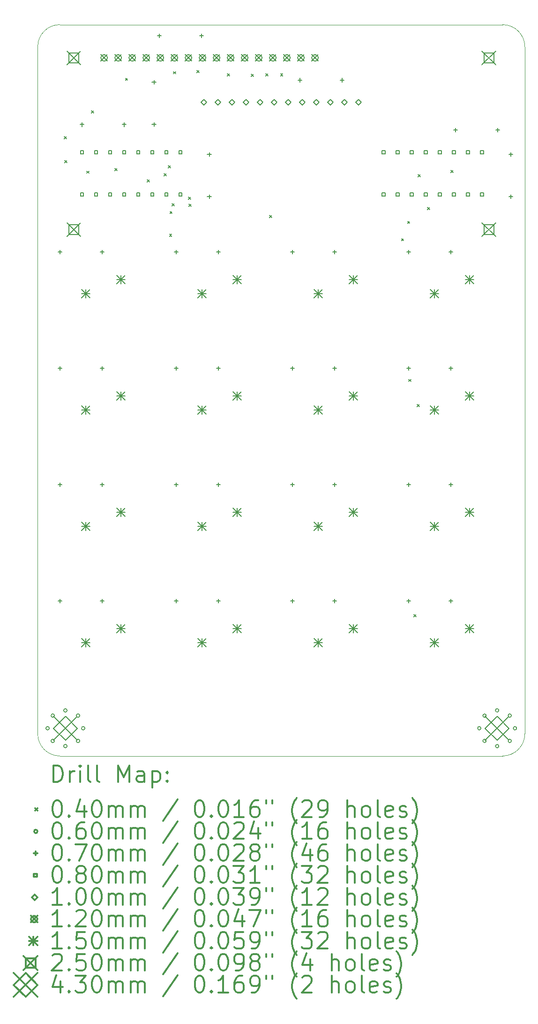
<source format=gbr>
%FSLAX45Y45*%
G04 Gerber Fmt 4.5, Leading zero omitted, Abs format (unit mm)*
G04 Created by KiCad (PCBNEW 5.0.2+dfsg1-1) date Sun 02 Jan 2022 07:08:44 PM PST*
%MOMM*%
%LPD*%
G01*
G04 APERTURE LIST*
%ADD10C,0.100000*%
%ADD11C,0.200000*%
%ADD12C,0.300000*%
G04 APERTURE END LIST*
D10*
X10800000Y-3000000D02*
X18800000Y-3000000D01*
X10400000Y-15800000D02*
X10400000Y-3400000D01*
X18800000Y-16200000D02*
X10800000Y-16200000D01*
X19200000Y-3400000D02*
X19200000Y-15800000D01*
X10800000Y-16200000D02*
G75*
G02X10400000Y-15800000I0J400000D01*
G01*
X19200000Y-15800000D02*
G75*
G02X18800000Y-16200000I-400000J0D01*
G01*
X18800000Y-3000000D02*
G75*
G02X19200000Y-3400000I0J-400000D01*
G01*
X10400000Y-3400000D02*
G75*
G02X10800000Y-3000000I400000J0D01*
G01*
D11*
X10880000Y-5021000D02*
X10920000Y-5061000D01*
X10920000Y-5021000D02*
X10880000Y-5061000D01*
X10887000Y-5455000D02*
X10927000Y-5495000D01*
X10927000Y-5455000D02*
X10887000Y-5495000D01*
X11283000Y-5643000D02*
X11323000Y-5683000D01*
X11323000Y-5643000D02*
X11283000Y-5683000D01*
X11368000Y-4553000D02*
X11408000Y-4593000D01*
X11408000Y-4553000D02*
X11368000Y-4593000D01*
X11794000Y-5599000D02*
X11834000Y-5639000D01*
X11834000Y-5599000D02*
X11794000Y-5639000D01*
X11984000Y-3967000D02*
X12024000Y-4007000D01*
X12024000Y-3967000D02*
X11984000Y-4007000D01*
X12381001Y-5797000D02*
X12421001Y-5837000D01*
X12421001Y-5797000D02*
X12381001Y-5837000D01*
X12680000Y-5690000D02*
X12720000Y-5730000D01*
X12720000Y-5690000D02*
X12680000Y-5730000D01*
X12760315Y-5542685D02*
X12800315Y-5582685D01*
X12800315Y-5542685D02*
X12760315Y-5582685D01*
X12781000Y-6783000D02*
X12821000Y-6823000D01*
X12821000Y-6783000D02*
X12781000Y-6823000D01*
X12788851Y-6370851D02*
X12828851Y-6410851D01*
X12828851Y-6370851D02*
X12788851Y-6410851D01*
X12827586Y-6229586D02*
X12867586Y-6269586D01*
X12867586Y-6229586D02*
X12827586Y-6269586D01*
X12851000Y-3848000D02*
X12891000Y-3888000D01*
X12891000Y-3848000D02*
X12851000Y-3888000D01*
X13124000Y-6114500D02*
X13164000Y-6154500D01*
X13164000Y-6114500D02*
X13124000Y-6154500D01*
X13131226Y-6238307D02*
X13171226Y-6278307D01*
X13171226Y-6238307D02*
X13131226Y-6278307D01*
X13275000Y-3825000D02*
X13315000Y-3865000D01*
X13315000Y-3825000D02*
X13275000Y-3865000D01*
X13829000Y-3885000D02*
X13869000Y-3925000D01*
X13869000Y-3885000D02*
X13829000Y-3925000D01*
X14258000Y-3896000D02*
X14298000Y-3936000D01*
X14298000Y-3896000D02*
X14258000Y-3936000D01*
X14523000Y-3888000D02*
X14563000Y-3928000D01*
X14563000Y-3888000D02*
X14523000Y-3928000D01*
X14589649Y-6443351D02*
X14629649Y-6483351D01*
X14629649Y-6443351D02*
X14589649Y-6483351D01*
X14786000Y-3888000D02*
X14826000Y-3928000D01*
X14826000Y-3888000D02*
X14786000Y-3928000D01*
X16972000Y-6861000D02*
X17012000Y-6901000D01*
X17012000Y-6861000D02*
X16972000Y-6901000D01*
X17082000Y-6549501D02*
X17122000Y-6589501D01*
X17122000Y-6549501D02*
X17082000Y-6589501D01*
X17101000Y-9402000D02*
X17141000Y-9442000D01*
X17141000Y-9402000D02*
X17101000Y-9442000D01*
X17198000Y-13645000D02*
X17238000Y-13685000D01*
X17238000Y-13645000D02*
X17198000Y-13685000D01*
X17253000Y-9852000D02*
X17293000Y-9892000D01*
X17293000Y-9852000D02*
X17253000Y-9892000D01*
X17271000Y-5704000D02*
X17311000Y-5744000D01*
X17311000Y-5704000D02*
X17271000Y-5744000D01*
X17441000Y-6296000D02*
X17481000Y-6336000D01*
X17481000Y-6296000D02*
X17441000Y-6336000D01*
X17865000Y-5628000D02*
X17905000Y-5668000D01*
X17905000Y-5628000D02*
X17865000Y-5668000D01*
X10607500Y-15700000D02*
G75*
G03X10607500Y-15700000I-30000J0D01*
G01*
X10701958Y-15471958D02*
G75*
G03X10701958Y-15471958I-30000J0D01*
G01*
X10701958Y-15928042D02*
G75*
G03X10701958Y-15928042I-30000J0D01*
G01*
X10930000Y-15377500D02*
G75*
G03X10930000Y-15377500I-30000J0D01*
G01*
X10930000Y-16022500D02*
G75*
G03X10930000Y-16022500I-30000J0D01*
G01*
X11158042Y-15471958D02*
G75*
G03X11158042Y-15471958I-30000J0D01*
G01*
X11158042Y-15928042D02*
G75*
G03X11158042Y-15928042I-30000J0D01*
G01*
X11252500Y-15700000D02*
G75*
G03X11252500Y-15700000I-30000J0D01*
G01*
X18407500Y-15700000D02*
G75*
G03X18407500Y-15700000I-30000J0D01*
G01*
X18501958Y-15471958D02*
G75*
G03X18501958Y-15471958I-30000J0D01*
G01*
X18501958Y-15928042D02*
G75*
G03X18501958Y-15928042I-30000J0D01*
G01*
X18730000Y-15377500D02*
G75*
G03X18730000Y-15377500I-30000J0D01*
G01*
X18730000Y-16022500D02*
G75*
G03X18730000Y-16022500I-30000J0D01*
G01*
X18958042Y-15471958D02*
G75*
G03X18958042Y-15471958I-30000J0D01*
G01*
X18958042Y-15928042D02*
G75*
G03X18958042Y-15928042I-30000J0D01*
G01*
X19052500Y-15700000D02*
G75*
G03X19052500Y-15700000I-30000J0D01*
G01*
X15000000Y-9165000D02*
X15000000Y-9235000D01*
X14965000Y-9200000D02*
X15035000Y-9200000D01*
X15762000Y-9165000D02*
X15762000Y-9235000D01*
X15727000Y-9200000D02*
X15797000Y-9200000D01*
X17100000Y-9165000D02*
X17100000Y-9235000D01*
X17065000Y-9200000D02*
X17135000Y-9200000D01*
X17862000Y-9165000D02*
X17862000Y-9235000D01*
X17827000Y-9200000D02*
X17897000Y-9200000D01*
X17100000Y-7065000D02*
X17100000Y-7135000D01*
X17065000Y-7100000D02*
X17135000Y-7100000D01*
X17862000Y-7065000D02*
X17862000Y-7135000D01*
X17827000Y-7100000D02*
X17897000Y-7100000D01*
X10800000Y-7065000D02*
X10800000Y-7135000D01*
X10765000Y-7100000D02*
X10835000Y-7100000D01*
X11562000Y-7065000D02*
X11562000Y-7135000D01*
X11527000Y-7100000D02*
X11597000Y-7100000D01*
X12900000Y-13365000D02*
X12900000Y-13435000D01*
X12865000Y-13400000D02*
X12935000Y-13400000D01*
X13662000Y-13365000D02*
X13662000Y-13435000D01*
X13627000Y-13400000D02*
X13697000Y-13400000D01*
X15138000Y-3965000D02*
X15138000Y-4035000D01*
X15103000Y-4000000D02*
X15173000Y-4000000D01*
X15900000Y-3965000D02*
X15900000Y-4035000D01*
X15865000Y-4000000D02*
X15935000Y-4000000D01*
X12500000Y-4003000D02*
X12500000Y-4073000D01*
X12465000Y-4038000D02*
X12535000Y-4038000D01*
X12500000Y-4765000D02*
X12500000Y-4835000D01*
X12465000Y-4800000D02*
X12535000Y-4800000D01*
X15000000Y-11265000D02*
X15000000Y-11335000D01*
X14965000Y-11300000D02*
X15035000Y-11300000D01*
X15762000Y-11265000D02*
X15762000Y-11335000D01*
X15727000Y-11300000D02*
X15797000Y-11300000D01*
X12600000Y-3165000D02*
X12600000Y-3235000D01*
X12565000Y-3200000D02*
X12635000Y-3200000D01*
X13362000Y-3165000D02*
X13362000Y-3235000D01*
X13327000Y-3200000D02*
X13397000Y-3200000D01*
X17100000Y-13365000D02*
X17100000Y-13435000D01*
X17065000Y-13400000D02*
X17135000Y-13400000D01*
X17862000Y-13365000D02*
X17862000Y-13435000D01*
X17827000Y-13400000D02*
X17897000Y-13400000D01*
X15000000Y-13365000D02*
X15000000Y-13435000D01*
X14965000Y-13400000D02*
X15035000Y-13400000D01*
X15762000Y-13365000D02*
X15762000Y-13435000D01*
X15727000Y-13400000D02*
X15797000Y-13400000D01*
X12900000Y-9165000D02*
X12900000Y-9235000D01*
X12865000Y-9200000D02*
X12935000Y-9200000D01*
X13662000Y-9165000D02*
X13662000Y-9235000D01*
X13627000Y-9200000D02*
X13697000Y-9200000D01*
X13500000Y-5303000D02*
X13500000Y-5373000D01*
X13465000Y-5338000D02*
X13535000Y-5338000D01*
X13500000Y-6065000D02*
X13500000Y-6135000D01*
X13465000Y-6100000D02*
X13535000Y-6100000D01*
X12900000Y-7065000D02*
X12900000Y-7135000D01*
X12865000Y-7100000D02*
X12935000Y-7100000D01*
X13662000Y-7065000D02*
X13662000Y-7135000D01*
X13627000Y-7100000D02*
X13697000Y-7100000D01*
X15000000Y-7065000D02*
X15000000Y-7135000D01*
X14965000Y-7100000D02*
X15035000Y-7100000D01*
X15762000Y-7065000D02*
X15762000Y-7135000D01*
X15727000Y-7100000D02*
X15797000Y-7100000D01*
X10800000Y-13365000D02*
X10800000Y-13435000D01*
X10765000Y-13400000D02*
X10835000Y-13400000D01*
X11562000Y-13365000D02*
X11562000Y-13435000D01*
X11527000Y-13400000D02*
X11597000Y-13400000D01*
X18950000Y-5303000D02*
X18950000Y-5373000D01*
X18915000Y-5338000D02*
X18985000Y-5338000D01*
X18950000Y-6065000D02*
X18950000Y-6135000D01*
X18915000Y-6100000D02*
X18985000Y-6100000D01*
X17100000Y-11265000D02*
X17100000Y-11335000D01*
X17065000Y-11300000D02*
X17135000Y-11300000D01*
X17862000Y-11265000D02*
X17862000Y-11335000D01*
X17827000Y-11300000D02*
X17897000Y-11300000D01*
X10800000Y-11265000D02*
X10800000Y-11335000D01*
X10765000Y-11300000D02*
X10835000Y-11300000D01*
X11562000Y-11265000D02*
X11562000Y-11335000D01*
X11527000Y-11300000D02*
X11597000Y-11300000D01*
X11200000Y-4768000D02*
X11200000Y-4838000D01*
X11165000Y-4803000D02*
X11235000Y-4803000D01*
X11962000Y-4768000D02*
X11962000Y-4838000D01*
X11927000Y-4803000D02*
X11997000Y-4803000D01*
X12900000Y-11265000D02*
X12900000Y-11335000D01*
X12865000Y-11300000D02*
X12935000Y-11300000D01*
X13662000Y-11265000D02*
X13662000Y-11335000D01*
X13627000Y-11300000D02*
X13697000Y-11300000D01*
X10800000Y-9165000D02*
X10800000Y-9235000D01*
X10765000Y-9200000D02*
X10835000Y-9200000D01*
X11562000Y-9165000D02*
X11562000Y-9235000D01*
X11527000Y-9200000D02*
X11597000Y-9200000D01*
X17950000Y-4865000D02*
X17950000Y-4935000D01*
X17915000Y-4900000D02*
X17985000Y-4900000D01*
X18712000Y-4865000D02*
X18712000Y-4935000D01*
X18677000Y-4900000D02*
X18747000Y-4900000D01*
X11228284Y-5328285D02*
X11228284Y-5271716D01*
X11171716Y-5271716D01*
X11171716Y-5328285D01*
X11228284Y-5328285D01*
X11228284Y-6090284D02*
X11228284Y-6033715D01*
X11171716Y-6033715D01*
X11171716Y-6090284D01*
X11228284Y-6090284D01*
X11482284Y-5328285D02*
X11482284Y-5271716D01*
X11425715Y-5271716D01*
X11425715Y-5328285D01*
X11482284Y-5328285D01*
X11482284Y-6090284D02*
X11482284Y-6033715D01*
X11425715Y-6033715D01*
X11425715Y-6090284D01*
X11482284Y-6090284D01*
X11736284Y-5328285D02*
X11736284Y-5271716D01*
X11679715Y-5271716D01*
X11679715Y-5328285D01*
X11736284Y-5328285D01*
X11736284Y-6090284D02*
X11736284Y-6033715D01*
X11679715Y-6033715D01*
X11679715Y-6090284D01*
X11736284Y-6090284D01*
X11990284Y-5328285D02*
X11990284Y-5271716D01*
X11933715Y-5271716D01*
X11933715Y-5328285D01*
X11990284Y-5328285D01*
X11990284Y-6090284D02*
X11990284Y-6033715D01*
X11933715Y-6033715D01*
X11933715Y-6090284D01*
X11990284Y-6090284D01*
X12244284Y-5328285D02*
X12244284Y-5271716D01*
X12187715Y-5271716D01*
X12187715Y-5328285D01*
X12244284Y-5328285D01*
X12244284Y-6090284D02*
X12244284Y-6033715D01*
X12187715Y-6033715D01*
X12187715Y-6090284D01*
X12244284Y-6090284D01*
X12498284Y-5328285D02*
X12498284Y-5271716D01*
X12441715Y-5271716D01*
X12441715Y-5328285D01*
X12498284Y-5328285D01*
X12498284Y-6090284D02*
X12498284Y-6033715D01*
X12441715Y-6033715D01*
X12441715Y-6090284D01*
X12498284Y-6090284D01*
X12752284Y-5328285D02*
X12752284Y-5271716D01*
X12695715Y-5271716D01*
X12695715Y-5328285D01*
X12752284Y-5328285D01*
X12752284Y-6090284D02*
X12752284Y-6033715D01*
X12695715Y-6033715D01*
X12695715Y-6090284D01*
X12752284Y-6090284D01*
X13006284Y-5328285D02*
X13006284Y-5271716D01*
X12949715Y-5271716D01*
X12949715Y-5328285D01*
X13006284Y-5328285D01*
X13006284Y-6090284D02*
X13006284Y-6033715D01*
X12949715Y-6033715D01*
X12949715Y-6090284D01*
X13006284Y-6090284D01*
X16678284Y-5328285D02*
X16678284Y-5271716D01*
X16621715Y-5271716D01*
X16621715Y-5328285D01*
X16678284Y-5328285D01*
X16678284Y-6090284D02*
X16678284Y-6033715D01*
X16621715Y-6033715D01*
X16621715Y-6090284D01*
X16678284Y-6090284D01*
X16932285Y-5328285D02*
X16932285Y-5271716D01*
X16875716Y-5271716D01*
X16875716Y-5328285D01*
X16932285Y-5328285D01*
X16932285Y-6090284D02*
X16932285Y-6033715D01*
X16875716Y-6033715D01*
X16875716Y-6090284D01*
X16932285Y-6090284D01*
X17186285Y-5328285D02*
X17186285Y-5271716D01*
X17129716Y-5271716D01*
X17129716Y-5328285D01*
X17186285Y-5328285D01*
X17186285Y-6090284D02*
X17186285Y-6033715D01*
X17129716Y-6033715D01*
X17129716Y-6090284D01*
X17186285Y-6090284D01*
X17440285Y-5328285D02*
X17440285Y-5271716D01*
X17383716Y-5271716D01*
X17383716Y-5328285D01*
X17440285Y-5328285D01*
X17440285Y-6090284D02*
X17440285Y-6033715D01*
X17383716Y-6033715D01*
X17383716Y-6090284D01*
X17440285Y-6090284D01*
X17694285Y-5328285D02*
X17694285Y-5271716D01*
X17637716Y-5271716D01*
X17637716Y-5328285D01*
X17694285Y-5328285D01*
X17694285Y-6090284D02*
X17694285Y-6033715D01*
X17637716Y-6033715D01*
X17637716Y-6090284D01*
X17694285Y-6090284D01*
X17948285Y-5328285D02*
X17948285Y-5271716D01*
X17891716Y-5271716D01*
X17891716Y-5328285D01*
X17948285Y-5328285D01*
X17948285Y-6090284D02*
X17948285Y-6033715D01*
X17891716Y-6033715D01*
X17891716Y-6090284D01*
X17948285Y-6090284D01*
X18202285Y-5328285D02*
X18202285Y-5271716D01*
X18145716Y-5271716D01*
X18145716Y-5328285D01*
X18202285Y-5328285D01*
X18202285Y-6090284D02*
X18202285Y-6033715D01*
X18145716Y-6033715D01*
X18145716Y-6090284D01*
X18202285Y-6090284D01*
X18456285Y-5328285D02*
X18456285Y-5271716D01*
X18399716Y-5271716D01*
X18399716Y-5328285D01*
X18456285Y-5328285D01*
X18456285Y-6090284D02*
X18456285Y-6033715D01*
X18399716Y-6033715D01*
X18399716Y-6090284D01*
X18456285Y-6090284D01*
X13400000Y-4450000D02*
X13450000Y-4400000D01*
X13400000Y-4350000D01*
X13350000Y-4400000D01*
X13400000Y-4450000D01*
X13654000Y-4450000D02*
X13704000Y-4400000D01*
X13654000Y-4350000D01*
X13604000Y-4400000D01*
X13654000Y-4450000D01*
X13908000Y-4450000D02*
X13958000Y-4400000D01*
X13908000Y-4350000D01*
X13858000Y-4400000D01*
X13908000Y-4450000D01*
X14162000Y-4450000D02*
X14212000Y-4400000D01*
X14162000Y-4350000D01*
X14112000Y-4400000D01*
X14162000Y-4450000D01*
X14416000Y-4450000D02*
X14466000Y-4400000D01*
X14416000Y-4350000D01*
X14366000Y-4400000D01*
X14416000Y-4450000D01*
X14670000Y-4450000D02*
X14720000Y-4400000D01*
X14670000Y-4350000D01*
X14620000Y-4400000D01*
X14670000Y-4450000D01*
X14924000Y-4450000D02*
X14974000Y-4400000D01*
X14924000Y-4350000D01*
X14874000Y-4400000D01*
X14924000Y-4450000D01*
X15178000Y-4450000D02*
X15228000Y-4400000D01*
X15178000Y-4350000D01*
X15128000Y-4400000D01*
X15178000Y-4450000D01*
X15432000Y-4450000D02*
X15482000Y-4400000D01*
X15432000Y-4350000D01*
X15382000Y-4400000D01*
X15432000Y-4450000D01*
X15686000Y-4450000D02*
X15736000Y-4400000D01*
X15686000Y-4350000D01*
X15636000Y-4400000D01*
X15686000Y-4450000D01*
X15940000Y-4450000D02*
X15990000Y-4400000D01*
X15940000Y-4350000D01*
X15890000Y-4400000D01*
X15940000Y-4450000D01*
X16194000Y-4450000D02*
X16244000Y-4400000D01*
X16194000Y-4350000D01*
X16144000Y-4400000D01*
X16194000Y-4450000D01*
X11540000Y-3540000D02*
X11660000Y-3660000D01*
X11660000Y-3540000D02*
X11540000Y-3660000D01*
X11660000Y-3600000D02*
G75*
G03X11660000Y-3600000I-60000J0D01*
G01*
X11794000Y-3540000D02*
X11914000Y-3660000D01*
X11914000Y-3540000D02*
X11794000Y-3660000D01*
X11914000Y-3600000D02*
G75*
G03X11914000Y-3600000I-60000J0D01*
G01*
X12048000Y-3540000D02*
X12168000Y-3660000D01*
X12168000Y-3540000D02*
X12048000Y-3660000D01*
X12168000Y-3600000D02*
G75*
G03X12168000Y-3600000I-60000J0D01*
G01*
X12302000Y-3540000D02*
X12422000Y-3660000D01*
X12422000Y-3540000D02*
X12302000Y-3660000D01*
X12422000Y-3600000D02*
G75*
G03X12422000Y-3600000I-60000J0D01*
G01*
X12556000Y-3540000D02*
X12676000Y-3660000D01*
X12676000Y-3540000D02*
X12556000Y-3660000D01*
X12676000Y-3600000D02*
G75*
G03X12676000Y-3600000I-60000J0D01*
G01*
X12810000Y-3540000D02*
X12930000Y-3660000D01*
X12930000Y-3540000D02*
X12810000Y-3660000D01*
X12930000Y-3600000D02*
G75*
G03X12930000Y-3600000I-60000J0D01*
G01*
X13064000Y-3540000D02*
X13184000Y-3660000D01*
X13184000Y-3540000D02*
X13064000Y-3660000D01*
X13184000Y-3600000D02*
G75*
G03X13184000Y-3600000I-60000J0D01*
G01*
X13318000Y-3540000D02*
X13438000Y-3660000D01*
X13438000Y-3540000D02*
X13318000Y-3660000D01*
X13438000Y-3600000D02*
G75*
G03X13438000Y-3600000I-60000J0D01*
G01*
X13572000Y-3540000D02*
X13692000Y-3660000D01*
X13692000Y-3540000D02*
X13572000Y-3660000D01*
X13692000Y-3600000D02*
G75*
G03X13692000Y-3600000I-60000J0D01*
G01*
X13826000Y-3540000D02*
X13946000Y-3660000D01*
X13946000Y-3540000D02*
X13826000Y-3660000D01*
X13946000Y-3600000D02*
G75*
G03X13946000Y-3600000I-60000J0D01*
G01*
X14080000Y-3540000D02*
X14200000Y-3660000D01*
X14200000Y-3540000D02*
X14080000Y-3660000D01*
X14200000Y-3600000D02*
G75*
G03X14200000Y-3600000I-60000J0D01*
G01*
X14334000Y-3540000D02*
X14454000Y-3660000D01*
X14454000Y-3540000D02*
X14334000Y-3660000D01*
X14454000Y-3600000D02*
G75*
G03X14454000Y-3600000I-60000J0D01*
G01*
X14588000Y-3540000D02*
X14708000Y-3660000D01*
X14708000Y-3540000D02*
X14588000Y-3660000D01*
X14708000Y-3600000D02*
G75*
G03X14708000Y-3600000I-60000J0D01*
G01*
X14842000Y-3540000D02*
X14962000Y-3660000D01*
X14962000Y-3540000D02*
X14842000Y-3660000D01*
X14962000Y-3600000D02*
G75*
G03X14962000Y-3600000I-60000J0D01*
G01*
X15096000Y-3540000D02*
X15216000Y-3660000D01*
X15216000Y-3540000D02*
X15096000Y-3660000D01*
X15216000Y-3600000D02*
G75*
G03X15216000Y-3600000I-60000J0D01*
G01*
X15350000Y-3540000D02*
X15470000Y-3660000D01*
X15470000Y-3540000D02*
X15350000Y-3660000D01*
X15470000Y-3600000D02*
G75*
G03X15470000Y-3600000I-60000J0D01*
G01*
X15390000Y-11979000D02*
X15540000Y-12129000D01*
X15540000Y-11979000D02*
X15390000Y-12129000D01*
X15465000Y-11979000D02*
X15465000Y-12129000D01*
X15390000Y-12054000D02*
X15540000Y-12054000D01*
X16025000Y-11725000D02*
X16175000Y-11875000D01*
X16175000Y-11725000D02*
X16025000Y-11875000D01*
X16100000Y-11725000D02*
X16100000Y-11875000D01*
X16025000Y-11800000D02*
X16175000Y-11800000D01*
X11190000Y-11979000D02*
X11340000Y-12129000D01*
X11340000Y-11979000D02*
X11190000Y-12129000D01*
X11265000Y-11979000D02*
X11265000Y-12129000D01*
X11190000Y-12054000D02*
X11340000Y-12054000D01*
X11825000Y-11725000D02*
X11975000Y-11875000D01*
X11975000Y-11725000D02*
X11825000Y-11875000D01*
X11900000Y-11725000D02*
X11900000Y-11875000D01*
X11825000Y-11800000D02*
X11975000Y-11800000D01*
X15390000Y-7779000D02*
X15540000Y-7929000D01*
X15540000Y-7779000D02*
X15390000Y-7929000D01*
X15465000Y-7779000D02*
X15465000Y-7929000D01*
X15390000Y-7854000D02*
X15540000Y-7854000D01*
X16025000Y-7525000D02*
X16175000Y-7675000D01*
X16175000Y-7525000D02*
X16025000Y-7675000D01*
X16100000Y-7525000D02*
X16100000Y-7675000D01*
X16025000Y-7600000D02*
X16175000Y-7600000D01*
X17490000Y-7779000D02*
X17640000Y-7929000D01*
X17640000Y-7779000D02*
X17490000Y-7929000D01*
X17565000Y-7779000D02*
X17565000Y-7929000D01*
X17490000Y-7854000D02*
X17640000Y-7854000D01*
X18125000Y-7525000D02*
X18275000Y-7675000D01*
X18275000Y-7525000D02*
X18125000Y-7675000D01*
X18200000Y-7525000D02*
X18200000Y-7675000D01*
X18125000Y-7600000D02*
X18275000Y-7600000D01*
X17490000Y-14079000D02*
X17640000Y-14229000D01*
X17640000Y-14079000D02*
X17490000Y-14229000D01*
X17565000Y-14079000D02*
X17565000Y-14229000D01*
X17490000Y-14154000D02*
X17640000Y-14154000D01*
X18125000Y-13825000D02*
X18275000Y-13975000D01*
X18275000Y-13825000D02*
X18125000Y-13975000D01*
X18200000Y-13825000D02*
X18200000Y-13975000D01*
X18125000Y-13900000D02*
X18275000Y-13900000D01*
X17490000Y-11979000D02*
X17640000Y-12129000D01*
X17640000Y-11979000D02*
X17490000Y-12129000D01*
X17565000Y-11979000D02*
X17565000Y-12129000D01*
X17490000Y-12054000D02*
X17640000Y-12054000D01*
X18125000Y-11725000D02*
X18275000Y-11875000D01*
X18275000Y-11725000D02*
X18125000Y-11875000D01*
X18200000Y-11725000D02*
X18200000Y-11875000D01*
X18125000Y-11800000D02*
X18275000Y-11800000D01*
X11190000Y-9879000D02*
X11340000Y-10029000D01*
X11340000Y-9879000D02*
X11190000Y-10029000D01*
X11265000Y-9879000D02*
X11265000Y-10029000D01*
X11190000Y-9954000D02*
X11340000Y-9954000D01*
X11825000Y-9625000D02*
X11975000Y-9775000D01*
X11975000Y-9625000D02*
X11825000Y-9775000D01*
X11900000Y-9625000D02*
X11900000Y-9775000D01*
X11825000Y-9700000D02*
X11975000Y-9700000D01*
X13290000Y-7779000D02*
X13440000Y-7929000D01*
X13440000Y-7779000D02*
X13290000Y-7929000D01*
X13365000Y-7779000D02*
X13365000Y-7929000D01*
X13290000Y-7854000D02*
X13440000Y-7854000D01*
X13925000Y-7525000D02*
X14075000Y-7675000D01*
X14075000Y-7525000D02*
X13925000Y-7675000D01*
X14000000Y-7525000D02*
X14000000Y-7675000D01*
X13925000Y-7600000D02*
X14075000Y-7600000D01*
X15390000Y-9879000D02*
X15540000Y-10029000D01*
X15540000Y-9879000D02*
X15390000Y-10029000D01*
X15465000Y-9879000D02*
X15465000Y-10029000D01*
X15390000Y-9954000D02*
X15540000Y-9954000D01*
X16025000Y-9625000D02*
X16175000Y-9775000D01*
X16175000Y-9625000D02*
X16025000Y-9775000D01*
X16100000Y-9625000D02*
X16100000Y-9775000D01*
X16025000Y-9700000D02*
X16175000Y-9700000D01*
X15390000Y-14079000D02*
X15540000Y-14229000D01*
X15540000Y-14079000D02*
X15390000Y-14229000D01*
X15465000Y-14079000D02*
X15465000Y-14229000D01*
X15390000Y-14154000D02*
X15540000Y-14154000D01*
X16025000Y-13825000D02*
X16175000Y-13975000D01*
X16175000Y-13825000D02*
X16025000Y-13975000D01*
X16100000Y-13825000D02*
X16100000Y-13975000D01*
X16025000Y-13900000D02*
X16175000Y-13900000D01*
X13290000Y-11979000D02*
X13440000Y-12129000D01*
X13440000Y-11979000D02*
X13290000Y-12129000D01*
X13365000Y-11979000D02*
X13365000Y-12129000D01*
X13290000Y-12054000D02*
X13440000Y-12054000D01*
X13925000Y-11725000D02*
X14075000Y-11875000D01*
X14075000Y-11725000D02*
X13925000Y-11875000D01*
X14000000Y-11725000D02*
X14000000Y-11875000D01*
X13925000Y-11800000D02*
X14075000Y-11800000D01*
X13290000Y-14079000D02*
X13440000Y-14229000D01*
X13440000Y-14079000D02*
X13290000Y-14229000D01*
X13365000Y-14079000D02*
X13365000Y-14229000D01*
X13290000Y-14154000D02*
X13440000Y-14154000D01*
X13925000Y-13825000D02*
X14075000Y-13975000D01*
X14075000Y-13825000D02*
X13925000Y-13975000D01*
X14000000Y-13825000D02*
X14000000Y-13975000D01*
X13925000Y-13900000D02*
X14075000Y-13900000D01*
X11190000Y-7779000D02*
X11340000Y-7929000D01*
X11340000Y-7779000D02*
X11190000Y-7929000D01*
X11265000Y-7779000D02*
X11265000Y-7929000D01*
X11190000Y-7854000D02*
X11340000Y-7854000D01*
X11825000Y-7525000D02*
X11975000Y-7675000D01*
X11975000Y-7525000D02*
X11825000Y-7675000D01*
X11900000Y-7525000D02*
X11900000Y-7675000D01*
X11825000Y-7600000D02*
X11975000Y-7600000D01*
X13290000Y-9879000D02*
X13440000Y-10029000D01*
X13440000Y-9879000D02*
X13290000Y-10029000D01*
X13365000Y-9879000D02*
X13365000Y-10029000D01*
X13290000Y-9954000D02*
X13440000Y-9954000D01*
X13925000Y-9625000D02*
X14075000Y-9775000D01*
X14075000Y-9625000D02*
X13925000Y-9775000D01*
X14000000Y-9625000D02*
X14000000Y-9775000D01*
X13925000Y-9700000D02*
X14075000Y-9700000D01*
X17490000Y-9879000D02*
X17640000Y-10029000D01*
X17640000Y-9879000D02*
X17490000Y-10029000D01*
X17565000Y-9879000D02*
X17565000Y-10029000D01*
X17490000Y-9954000D02*
X17640000Y-9954000D01*
X18125000Y-9625000D02*
X18275000Y-9775000D01*
X18275000Y-9625000D02*
X18125000Y-9775000D01*
X18200000Y-9625000D02*
X18200000Y-9775000D01*
X18125000Y-9700000D02*
X18275000Y-9700000D01*
X11190000Y-14079000D02*
X11340000Y-14229000D01*
X11340000Y-14079000D02*
X11190000Y-14229000D01*
X11265000Y-14079000D02*
X11265000Y-14229000D01*
X11190000Y-14154000D02*
X11340000Y-14154000D01*
X11825000Y-13825000D02*
X11975000Y-13975000D01*
X11975000Y-13825000D02*
X11825000Y-13975000D01*
X11900000Y-13825000D02*
X11900000Y-13975000D01*
X11825000Y-13900000D02*
X11975000Y-13900000D01*
X10925090Y-3475000D02*
X11175090Y-3725000D01*
X11175090Y-3475000D02*
X10925090Y-3725000D01*
X11138479Y-3688389D02*
X11138479Y-3511611D01*
X10961701Y-3511611D01*
X10961701Y-3688389D01*
X11138479Y-3688389D01*
X10925090Y-6575070D02*
X11175090Y-6825070D01*
X11175090Y-6575070D02*
X10925090Y-6825070D01*
X11138479Y-6788459D02*
X11138479Y-6611681D01*
X10961701Y-6611681D01*
X10961701Y-6788459D01*
X11138479Y-6788459D01*
X18424948Y-6575070D02*
X18674948Y-6825070D01*
X18674948Y-6575070D02*
X18424948Y-6825070D01*
X18638337Y-6788459D02*
X18638337Y-6611681D01*
X18461559Y-6611681D01*
X18461559Y-6788459D01*
X18638337Y-6788459D01*
X18425000Y-3475000D02*
X18675000Y-3725000D01*
X18675000Y-3475000D02*
X18425000Y-3725000D01*
X18638389Y-3688389D02*
X18638389Y-3511611D01*
X18461611Y-3511611D01*
X18461611Y-3688389D01*
X18638389Y-3688389D01*
X10685000Y-15485000D02*
X11115000Y-15915000D01*
X11115000Y-15485000D02*
X10685000Y-15915000D01*
X10900000Y-15915000D02*
X11115000Y-15700000D01*
X10900000Y-15485000D01*
X10685000Y-15700000D01*
X10900000Y-15915000D01*
X18485000Y-15485000D02*
X18915000Y-15915000D01*
X18915000Y-15485000D02*
X18485000Y-15915000D01*
X18700000Y-15915000D02*
X18915000Y-15700000D01*
X18700000Y-15485000D01*
X18485000Y-15700000D01*
X18700000Y-15915000D01*
D12*
X10681428Y-16670714D02*
X10681428Y-16370714D01*
X10752857Y-16370714D01*
X10795714Y-16385000D01*
X10824286Y-16413571D01*
X10838571Y-16442143D01*
X10852857Y-16499286D01*
X10852857Y-16542143D01*
X10838571Y-16599286D01*
X10824286Y-16627857D01*
X10795714Y-16656429D01*
X10752857Y-16670714D01*
X10681428Y-16670714D01*
X10981428Y-16670714D02*
X10981428Y-16470714D01*
X10981428Y-16527857D02*
X10995714Y-16499286D01*
X11010000Y-16485000D01*
X11038571Y-16470714D01*
X11067143Y-16470714D01*
X11167143Y-16670714D02*
X11167143Y-16470714D01*
X11167143Y-16370714D02*
X11152857Y-16385000D01*
X11167143Y-16399286D01*
X11181428Y-16385000D01*
X11167143Y-16370714D01*
X11167143Y-16399286D01*
X11352857Y-16670714D02*
X11324286Y-16656429D01*
X11310000Y-16627857D01*
X11310000Y-16370714D01*
X11510000Y-16670714D02*
X11481428Y-16656429D01*
X11467143Y-16627857D01*
X11467143Y-16370714D01*
X11852857Y-16670714D02*
X11852857Y-16370714D01*
X11952857Y-16585000D01*
X12052857Y-16370714D01*
X12052857Y-16670714D01*
X12324286Y-16670714D02*
X12324286Y-16513571D01*
X12310000Y-16485000D01*
X12281428Y-16470714D01*
X12224286Y-16470714D01*
X12195714Y-16485000D01*
X12324286Y-16656429D02*
X12295714Y-16670714D01*
X12224286Y-16670714D01*
X12195714Y-16656429D01*
X12181428Y-16627857D01*
X12181428Y-16599286D01*
X12195714Y-16570714D01*
X12224286Y-16556429D01*
X12295714Y-16556429D01*
X12324286Y-16542143D01*
X12467143Y-16470714D02*
X12467143Y-16770714D01*
X12467143Y-16485000D02*
X12495714Y-16470714D01*
X12552857Y-16470714D01*
X12581428Y-16485000D01*
X12595714Y-16499286D01*
X12610000Y-16527857D01*
X12610000Y-16613571D01*
X12595714Y-16642143D01*
X12581428Y-16656429D01*
X12552857Y-16670714D01*
X12495714Y-16670714D01*
X12467143Y-16656429D01*
X12738571Y-16642143D02*
X12752857Y-16656429D01*
X12738571Y-16670714D01*
X12724286Y-16656429D01*
X12738571Y-16642143D01*
X12738571Y-16670714D01*
X12738571Y-16485000D02*
X12752857Y-16499286D01*
X12738571Y-16513571D01*
X12724286Y-16499286D01*
X12738571Y-16485000D01*
X12738571Y-16513571D01*
X10355000Y-17145000D02*
X10395000Y-17185000D01*
X10395000Y-17145000D02*
X10355000Y-17185000D01*
X10738571Y-17000714D02*
X10767143Y-17000714D01*
X10795714Y-17015000D01*
X10810000Y-17029286D01*
X10824286Y-17057857D01*
X10838571Y-17115000D01*
X10838571Y-17186429D01*
X10824286Y-17243572D01*
X10810000Y-17272143D01*
X10795714Y-17286429D01*
X10767143Y-17300714D01*
X10738571Y-17300714D01*
X10710000Y-17286429D01*
X10695714Y-17272143D01*
X10681428Y-17243572D01*
X10667143Y-17186429D01*
X10667143Y-17115000D01*
X10681428Y-17057857D01*
X10695714Y-17029286D01*
X10710000Y-17015000D01*
X10738571Y-17000714D01*
X10967143Y-17272143D02*
X10981428Y-17286429D01*
X10967143Y-17300714D01*
X10952857Y-17286429D01*
X10967143Y-17272143D01*
X10967143Y-17300714D01*
X11238571Y-17100714D02*
X11238571Y-17300714D01*
X11167143Y-16986429D02*
X11095714Y-17200714D01*
X11281428Y-17200714D01*
X11452857Y-17000714D02*
X11481428Y-17000714D01*
X11510000Y-17015000D01*
X11524286Y-17029286D01*
X11538571Y-17057857D01*
X11552857Y-17115000D01*
X11552857Y-17186429D01*
X11538571Y-17243572D01*
X11524286Y-17272143D01*
X11510000Y-17286429D01*
X11481428Y-17300714D01*
X11452857Y-17300714D01*
X11424286Y-17286429D01*
X11410000Y-17272143D01*
X11395714Y-17243572D01*
X11381428Y-17186429D01*
X11381428Y-17115000D01*
X11395714Y-17057857D01*
X11410000Y-17029286D01*
X11424286Y-17015000D01*
X11452857Y-17000714D01*
X11681428Y-17300714D02*
X11681428Y-17100714D01*
X11681428Y-17129286D02*
X11695714Y-17115000D01*
X11724286Y-17100714D01*
X11767143Y-17100714D01*
X11795714Y-17115000D01*
X11810000Y-17143572D01*
X11810000Y-17300714D01*
X11810000Y-17143572D02*
X11824286Y-17115000D01*
X11852857Y-17100714D01*
X11895714Y-17100714D01*
X11924286Y-17115000D01*
X11938571Y-17143572D01*
X11938571Y-17300714D01*
X12081428Y-17300714D02*
X12081428Y-17100714D01*
X12081428Y-17129286D02*
X12095714Y-17115000D01*
X12124286Y-17100714D01*
X12167143Y-17100714D01*
X12195714Y-17115000D01*
X12210000Y-17143572D01*
X12210000Y-17300714D01*
X12210000Y-17143572D02*
X12224286Y-17115000D01*
X12252857Y-17100714D01*
X12295714Y-17100714D01*
X12324286Y-17115000D01*
X12338571Y-17143572D01*
X12338571Y-17300714D01*
X12924286Y-16986429D02*
X12667143Y-17372143D01*
X13310000Y-17000714D02*
X13338571Y-17000714D01*
X13367143Y-17015000D01*
X13381428Y-17029286D01*
X13395714Y-17057857D01*
X13410000Y-17115000D01*
X13410000Y-17186429D01*
X13395714Y-17243572D01*
X13381428Y-17272143D01*
X13367143Y-17286429D01*
X13338571Y-17300714D01*
X13310000Y-17300714D01*
X13281428Y-17286429D01*
X13267143Y-17272143D01*
X13252857Y-17243572D01*
X13238571Y-17186429D01*
X13238571Y-17115000D01*
X13252857Y-17057857D01*
X13267143Y-17029286D01*
X13281428Y-17015000D01*
X13310000Y-17000714D01*
X13538571Y-17272143D02*
X13552857Y-17286429D01*
X13538571Y-17300714D01*
X13524286Y-17286429D01*
X13538571Y-17272143D01*
X13538571Y-17300714D01*
X13738571Y-17000714D02*
X13767143Y-17000714D01*
X13795714Y-17015000D01*
X13810000Y-17029286D01*
X13824286Y-17057857D01*
X13838571Y-17115000D01*
X13838571Y-17186429D01*
X13824286Y-17243572D01*
X13810000Y-17272143D01*
X13795714Y-17286429D01*
X13767143Y-17300714D01*
X13738571Y-17300714D01*
X13710000Y-17286429D01*
X13695714Y-17272143D01*
X13681428Y-17243572D01*
X13667143Y-17186429D01*
X13667143Y-17115000D01*
X13681428Y-17057857D01*
X13695714Y-17029286D01*
X13710000Y-17015000D01*
X13738571Y-17000714D01*
X14124286Y-17300714D02*
X13952857Y-17300714D01*
X14038571Y-17300714D02*
X14038571Y-17000714D01*
X14010000Y-17043572D01*
X13981428Y-17072143D01*
X13952857Y-17086429D01*
X14381428Y-17000714D02*
X14324286Y-17000714D01*
X14295714Y-17015000D01*
X14281428Y-17029286D01*
X14252857Y-17072143D01*
X14238571Y-17129286D01*
X14238571Y-17243572D01*
X14252857Y-17272143D01*
X14267143Y-17286429D01*
X14295714Y-17300714D01*
X14352857Y-17300714D01*
X14381428Y-17286429D01*
X14395714Y-17272143D01*
X14410000Y-17243572D01*
X14410000Y-17172143D01*
X14395714Y-17143572D01*
X14381428Y-17129286D01*
X14352857Y-17115000D01*
X14295714Y-17115000D01*
X14267143Y-17129286D01*
X14252857Y-17143572D01*
X14238571Y-17172143D01*
X14524286Y-17000714D02*
X14524286Y-17057857D01*
X14638571Y-17000714D02*
X14638571Y-17057857D01*
X15081428Y-17415000D02*
X15067143Y-17400714D01*
X15038571Y-17357857D01*
X15024286Y-17329286D01*
X15010000Y-17286429D01*
X14995714Y-17215000D01*
X14995714Y-17157857D01*
X15010000Y-17086429D01*
X15024286Y-17043572D01*
X15038571Y-17015000D01*
X15067143Y-16972143D01*
X15081428Y-16957857D01*
X15181428Y-17029286D02*
X15195714Y-17015000D01*
X15224286Y-17000714D01*
X15295714Y-17000714D01*
X15324286Y-17015000D01*
X15338571Y-17029286D01*
X15352857Y-17057857D01*
X15352857Y-17086429D01*
X15338571Y-17129286D01*
X15167143Y-17300714D01*
X15352857Y-17300714D01*
X15495714Y-17300714D02*
X15552857Y-17300714D01*
X15581428Y-17286429D01*
X15595714Y-17272143D01*
X15624286Y-17229286D01*
X15638571Y-17172143D01*
X15638571Y-17057857D01*
X15624286Y-17029286D01*
X15610000Y-17015000D01*
X15581428Y-17000714D01*
X15524286Y-17000714D01*
X15495714Y-17015000D01*
X15481428Y-17029286D01*
X15467143Y-17057857D01*
X15467143Y-17129286D01*
X15481428Y-17157857D01*
X15495714Y-17172143D01*
X15524286Y-17186429D01*
X15581428Y-17186429D01*
X15610000Y-17172143D01*
X15624286Y-17157857D01*
X15638571Y-17129286D01*
X15995714Y-17300714D02*
X15995714Y-17000714D01*
X16124286Y-17300714D02*
X16124286Y-17143572D01*
X16110000Y-17115000D01*
X16081428Y-17100714D01*
X16038571Y-17100714D01*
X16010000Y-17115000D01*
X15995714Y-17129286D01*
X16310000Y-17300714D02*
X16281428Y-17286429D01*
X16267143Y-17272143D01*
X16252857Y-17243572D01*
X16252857Y-17157857D01*
X16267143Y-17129286D01*
X16281428Y-17115000D01*
X16310000Y-17100714D01*
X16352857Y-17100714D01*
X16381428Y-17115000D01*
X16395714Y-17129286D01*
X16410000Y-17157857D01*
X16410000Y-17243572D01*
X16395714Y-17272143D01*
X16381428Y-17286429D01*
X16352857Y-17300714D01*
X16310000Y-17300714D01*
X16581428Y-17300714D02*
X16552857Y-17286429D01*
X16538571Y-17257857D01*
X16538571Y-17000714D01*
X16810000Y-17286429D02*
X16781428Y-17300714D01*
X16724286Y-17300714D01*
X16695714Y-17286429D01*
X16681428Y-17257857D01*
X16681428Y-17143572D01*
X16695714Y-17115000D01*
X16724286Y-17100714D01*
X16781428Y-17100714D01*
X16810000Y-17115000D01*
X16824286Y-17143572D01*
X16824286Y-17172143D01*
X16681428Y-17200714D01*
X16938571Y-17286429D02*
X16967143Y-17300714D01*
X17024286Y-17300714D01*
X17052857Y-17286429D01*
X17067143Y-17257857D01*
X17067143Y-17243572D01*
X17052857Y-17215000D01*
X17024286Y-17200714D01*
X16981428Y-17200714D01*
X16952857Y-17186429D01*
X16938571Y-17157857D01*
X16938571Y-17143572D01*
X16952857Y-17115000D01*
X16981428Y-17100714D01*
X17024286Y-17100714D01*
X17052857Y-17115000D01*
X17167143Y-17415000D02*
X17181428Y-17400714D01*
X17210000Y-17357857D01*
X17224286Y-17329286D01*
X17238571Y-17286429D01*
X17252857Y-17215000D01*
X17252857Y-17157857D01*
X17238571Y-17086429D01*
X17224286Y-17043572D01*
X17210000Y-17015000D01*
X17181428Y-16972143D01*
X17167143Y-16957857D01*
X10395000Y-17561000D02*
G75*
G03X10395000Y-17561000I-30000J0D01*
G01*
X10738571Y-17396714D02*
X10767143Y-17396714D01*
X10795714Y-17411000D01*
X10810000Y-17425286D01*
X10824286Y-17453857D01*
X10838571Y-17511000D01*
X10838571Y-17582429D01*
X10824286Y-17639572D01*
X10810000Y-17668143D01*
X10795714Y-17682429D01*
X10767143Y-17696714D01*
X10738571Y-17696714D01*
X10710000Y-17682429D01*
X10695714Y-17668143D01*
X10681428Y-17639572D01*
X10667143Y-17582429D01*
X10667143Y-17511000D01*
X10681428Y-17453857D01*
X10695714Y-17425286D01*
X10710000Y-17411000D01*
X10738571Y-17396714D01*
X10967143Y-17668143D02*
X10981428Y-17682429D01*
X10967143Y-17696714D01*
X10952857Y-17682429D01*
X10967143Y-17668143D01*
X10967143Y-17696714D01*
X11238571Y-17396714D02*
X11181428Y-17396714D01*
X11152857Y-17411000D01*
X11138571Y-17425286D01*
X11110000Y-17468143D01*
X11095714Y-17525286D01*
X11095714Y-17639572D01*
X11110000Y-17668143D01*
X11124286Y-17682429D01*
X11152857Y-17696714D01*
X11210000Y-17696714D01*
X11238571Y-17682429D01*
X11252857Y-17668143D01*
X11267143Y-17639572D01*
X11267143Y-17568143D01*
X11252857Y-17539572D01*
X11238571Y-17525286D01*
X11210000Y-17511000D01*
X11152857Y-17511000D01*
X11124286Y-17525286D01*
X11110000Y-17539572D01*
X11095714Y-17568143D01*
X11452857Y-17396714D02*
X11481428Y-17396714D01*
X11510000Y-17411000D01*
X11524286Y-17425286D01*
X11538571Y-17453857D01*
X11552857Y-17511000D01*
X11552857Y-17582429D01*
X11538571Y-17639572D01*
X11524286Y-17668143D01*
X11510000Y-17682429D01*
X11481428Y-17696714D01*
X11452857Y-17696714D01*
X11424286Y-17682429D01*
X11410000Y-17668143D01*
X11395714Y-17639572D01*
X11381428Y-17582429D01*
X11381428Y-17511000D01*
X11395714Y-17453857D01*
X11410000Y-17425286D01*
X11424286Y-17411000D01*
X11452857Y-17396714D01*
X11681428Y-17696714D02*
X11681428Y-17496714D01*
X11681428Y-17525286D02*
X11695714Y-17511000D01*
X11724286Y-17496714D01*
X11767143Y-17496714D01*
X11795714Y-17511000D01*
X11810000Y-17539572D01*
X11810000Y-17696714D01*
X11810000Y-17539572D02*
X11824286Y-17511000D01*
X11852857Y-17496714D01*
X11895714Y-17496714D01*
X11924286Y-17511000D01*
X11938571Y-17539572D01*
X11938571Y-17696714D01*
X12081428Y-17696714D02*
X12081428Y-17496714D01*
X12081428Y-17525286D02*
X12095714Y-17511000D01*
X12124286Y-17496714D01*
X12167143Y-17496714D01*
X12195714Y-17511000D01*
X12210000Y-17539572D01*
X12210000Y-17696714D01*
X12210000Y-17539572D02*
X12224286Y-17511000D01*
X12252857Y-17496714D01*
X12295714Y-17496714D01*
X12324286Y-17511000D01*
X12338571Y-17539572D01*
X12338571Y-17696714D01*
X12924286Y-17382429D02*
X12667143Y-17768143D01*
X13310000Y-17396714D02*
X13338571Y-17396714D01*
X13367143Y-17411000D01*
X13381428Y-17425286D01*
X13395714Y-17453857D01*
X13410000Y-17511000D01*
X13410000Y-17582429D01*
X13395714Y-17639572D01*
X13381428Y-17668143D01*
X13367143Y-17682429D01*
X13338571Y-17696714D01*
X13310000Y-17696714D01*
X13281428Y-17682429D01*
X13267143Y-17668143D01*
X13252857Y-17639572D01*
X13238571Y-17582429D01*
X13238571Y-17511000D01*
X13252857Y-17453857D01*
X13267143Y-17425286D01*
X13281428Y-17411000D01*
X13310000Y-17396714D01*
X13538571Y-17668143D02*
X13552857Y-17682429D01*
X13538571Y-17696714D01*
X13524286Y-17682429D01*
X13538571Y-17668143D01*
X13538571Y-17696714D01*
X13738571Y-17396714D02*
X13767143Y-17396714D01*
X13795714Y-17411000D01*
X13810000Y-17425286D01*
X13824286Y-17453857D01*
X13838571Y-17511000D01*
X13838571Y-17582429D01*
X13824286Y-17639572D01*
X13810000Y-17668143D01*
X13795714Y-17682429D01*
X13767143Y-17696714D01*
X13738571Y-17696714D01*
X13710000Y-17682429D01*
X13695714Y-17668143D01*
X13681428Y-17639572D01*
X13667143Y-17582429D01*
X13667143Y-17511000D01*
X13681428Y-17453857D01*
X13695714Y-17425286D01*
X13710000Y-17411000D01*
X13738571Y-17396714D01*
X13952857Y-17425286D02*
X13967143Y-17411000D01*
X13995714Y-17396714D01*
X14067143Y-17396714D01*
X14095714Y-17411000D01*
X14110000Y-17425286D01*
X14124286Y-17453857D01*
X14124286Y-17482429D01*
X14110000Y-17525286D01*
X13938571Y-17696714D01*
X14124286Y-17696714D01*
X14381428Y-17496714D02*
X14381428Y-17696714D01*
X14310000Y-17382429D02*
X14238571Y-17596714D01*
X14424286Y-17596714D01*
X14524286Y-17396714D02*
X14524286Y-17453857D01*
X14638571Y-17396714D02*
X14638571Y-17453857D01*
X15081428Y-17811000D02*
X15067143Y-17796714D01*
X15038571Y-17753857D01*
X15024286Y-17725286D01*
X15010000Y-17682429D01*
X14995714Y-17611000D01*
X14995714Y-17553857D01*
X15010000Y-17482429D01*
X15024286Y-17439572D01*
X15038571Y-17411000D01*
X15067143Y-17368143D01*
X15081428Y-17353857D01*
X15352857Y-17696714D02*
X15181428Y-17696714D01*
X15267143Y-17696714D02*
X15267143Y-17396714D01*
X15238571Y-17439572D01*
X15210000Y-17468143D01*
X15181428Y-17482429D01*
X15610000Y-17396714D02*
X15552857Y-17396714D01*
X15524286Y-17411000D01*
X15510000Y-17425286D01*
X15481428Y-17468143D01*
X15467143Y-17525286D01*
X15467143Y-17639572D01*
X15481428Y-17668143D01*
X15495714Y-17682429D01*
X15524286Y-17696714D01*
X15581428Y-17696714D01*
X15610000Y-17682429D01*
X15624286Y-17668143D01*
X15638571Y-17639572D01*
X15638571Y-17568143D01*
X15624286Y-17539572D01*
X15610000Y-17525286D01*
X15581428Y-17511000D01*
X15524286Y-17511000D01*
X15495714Y-17525286D01*
X15481428Y-17539572D01*
X15467143Y-17568143D01*
X15995714Y-17696714D02*
X15995714Y-17396714D01*
X16124286Y-17696714D02*
X16124286Y-17539572D01*
X16110000Y-17511000D01*
X16081428Y-17496714D01*
X16038571Y-17496714D01*
X16010000Y-17511000D01*
X15995714Y-17525286D01*
X16310000Y-17696714D02*
X16281428Y-17682429D01*
X16267143Y-17668143D01*
X16252857Y-17639572D01*
X16252857Y-17553857D01*
X16267143Y-17525286D01*
X16281428Y-17511000D01*
X16310000Y-17496714D01*
X16352857Y-17496714D01*
X16381428Y-17511000D01*
X16395714Y-17525286D01*
X16410000Y-17553857D01*
X16410000Y-17639572D01*
X16395714Y-17668143D01*
X16381428Y-17682429D01*
X16352857Y-17696714D01*
X16310000Y-17696714D01*
X16581428Y-17696714D02*
X16552857Y-17682429D01*
X16538571Y-17653857D01*
X16538571Y-17396714D01*
X16810000Y-17682429D02*
X16781428Y-17696714D01*
X16724286Y-17696714D01*
X16695714Y-17682429D01*
X16681428Y-17653857D01*
X16681428Y-17539572D01*
X16695714Y-17511000D01*
X16724286Y-17496714D01*
X16781428Y-17496714D01*
X16810000Y-17511000D01*
X16824286Y-17539572D01*
X16824286Y-17568143D01*
X16681428Y-17596714D01*
X16938571Y-17682429D02*
X16967143Y-17696714D01*
X17024286Y-17696714D01*
X17052857Y-17682429D01*
X17067143Y-17653857D01*
X17067143Y-17639572D01*
X17052857Y-17611000D01*
X17024286Y-17596714D01*
X16981428Y-17596714D01*
X16952857Y-17582429D01*
X16938571Y-17553857D01*
X16938571Y-17539572D01*
X16952857Y-17511000D01*
X16981428Y-17496714D01*
X17024286Y-17496714D01*
X17052857Y-17511000D01*
X17167143Y-17811000D02*
X17181428Y-17796714D01*
X17210000Y-17753857D01*
X17224286Y-17725286D01*
X17238571Y-17682429D01*
X17252857Y-17611000D01*
X17252857Y-17553857D01*
X17238571Y-17482429D01*
X17224286Y-17439572D01*
X17210000Y-17411000D01*
X17181428Y-17368143D01*
X17167143Y-17353857D01*
X10360000Y-17922000D02*
X10360000Y-17992000D01*
X10325000Y-17957000D02*
X10395000Y-17957000D01*
X10738571Y-17792714D02*
X10767143Y-17792714D01*
X10795714Y-17807000D01*
X10810000Y-17821286D01*
X10824286Y-17849857D01*
X10838571Y-17907000D01*
X10838571Y-17978429D01*
X10824286Y-18035572D01*
X10810000Y-18064143D01*
X10795714Y-18078429D01*
X10767143Y-18092714D01*
X10738571Y-18092714D01*
X10710000Y-18078429D01*
X10695714Y-18064143D01*
X10681428Y-18035572D01*
X10667143Y-17978429D01*
X10667143Y-17907000D01*
X10681428Y-17849857D01*
X10695714Y-17821286D01*
X10710000Y-17807000D01*
X10738571Y-17792714D01*
X10967143Y-18064143D02*
X10981428Y-18078429D01*
X10967143Y-18092714D01*
X10952857Y-18078429D01*
X10967143Y-18064143D01*
X10967143Y-18092714D01*
X11081428Y-17792714D02*
X11281428Y-17792714D01*
X11152857Y-18092714D01*
X11452857Y-17792714D02*
X11481428Y-17792714D01*
X11510000Y-17807000D01*
X11524286Y-17821286D01*
X11538571Y-17849857D01*
X11552857Y-17907000D01*
X11552857Y-17978429D01*
X11538571Y-18035572D01*
X11524286Y-18064143D01*
X11510000Y-18078429D01*
X11481428Y-18092714D01*
X11452857Y-18092714D01*
X11424286Y-18078429D01*
X11410000Y-18064143D01*
X11395714Y-18035572D01*
X11381428Y-17978429D01*
X11381428Y-17907000D01*
X11395714Y-17849857D01*
X11410000Y-17821286D01*
X11424286Y-17807000D01*
X11452857Y-17792714D01*
X11681428Y-18092714D02*
X11681428Y-17892714D01*
X11681428Y-17921286D02*
X11695714Y-17907000D01*
X11724286Y-17892714D01*
X11767143Y-17892714D01*
X11795714Y-17907000D01*
X11810000Y-17935572D01*
X11810000Y-18092714D01*
X11810000Y-17935572D02*
X11824286Y-17907000D01*
X11852857Y-17892714D01*
X11895714Y-17892714D01*
X11924286Y-17907000D01*
X11938571Y-17935572D01*
X11938571Y-18092714D01*
X12081428Y-18092714D02*
X12081428Y-17892714D01*
X12081428Y-17921286D02*
X12095714Y-17907000D01*
X12124286Y-17892714D01*
X12167143Y-17892714D01*
X12195714Y-17907000D01*
X12210000Y-17935572D01*
X12210000Y-18092714D01*
X12210000Y-17935572D02*
X12224286Y-17907000D01*
X12252857Y-17892714D01*
X12295714Y-17892714D01*
X12324286Y-17907000D01*
X12338571Y-17935572D01*
X12338571Y-18092714D01*
X12924286Y-17778429D02*
X12667143Y-18164143D01*
X13310000Y-17792714D02*
X13338571Y-17792714D01*
X13367143Y-17807000D01*
X13381428Y-17821286D01*
X13395714Y-17849857D01*
X13410000Y-17907000D01*
X13410000Y-17978429D01*
X13395714Y-18035572D01*
X13381428Y-18064143D01*
X13367143Y-18078429D01*
X13338571Y-18092714D01*
X13310000Y-18092714D01*
X13281428Y-18078429D01*
X13267143Y-18064143D01*
X13252857Y-18035572D01*
X13238571Y-17978429D01*
X13238571Y-17907000D01*
X13252857Y-17849857D01*
X13267143Y-17821286D01*
X13281428Y-17807000D01*
X13310000Y-17792714D01*
X13538571Y-18064143D02*
X13552857Y-18078429D01*
X13538571Y-18092714D01*
X13524286Y-18078429D01*
X13538571Y-18064143D01*
X13538571Y-18092714D01*
X13738571Y-17792714D02*
X13767143Y-17792714D01*
X13795714Y-17807000D01*
X13810000Y-17821286D01*
X13824286Y-17849857D01*
X13838571Y-17907000D01*
X13838571Y-17978429D01*
X13824286Y-18035572D01*
X13810000Y-18064143D01*
X13795714Y-18078429D01*
X13767143Y-18092714D01*
X13738571Y-18092714D01*
X13710000Y-18078429D01*
X13695714Y-18064143D01*
X13681428Y-18035572D01*
X13667143Y-17978429D01*
X13667143Y-17907000D01*
X13681428Y-17849857D01*
X13695714Y-17821286D01*
X13710000Y-17807000D01*
X13738571Y-17792714D01*
X13952857Y-17821286D02*
X13967143Y-17807000D01*
X13995714Y-17792714D01*
X14067143Y-17792714D01*
X14095714Y-17807000D01*
X14110000Y-17821286D01*
X14124286Y-17849857D01*
X14124286Y-17878429D01*
X14110000Y-17921286D01*
X13938571Y-18092714D01*
X14124286Y-18092714D01*
X14295714Y-17921286D02*
X14267143Y-17907000D01*
X14252857Y-17892714D01*
X14238571Y-17864143D01*
X14238571Y-17849857D01*
X14252857Y-17821286D01*
X14267143Y-17807000D01*
X14295714Y-17792714D01*
X14352857Y-17792714D01*
X14381428Y-17807000D01*
X14395714Y-17821286D01*
X14410000Y-17849857D01*
X14410000Y-17864143D01*
X14395714Y-17892714D01*
X14381428Y-17907000D01*
X14352857Y-17921286D01*
X14295714Y-17921286D01*
X14267143Y-17935572D01*
X14252857Y-17949857D01*
X14238571Y-17978429D01*
X14238571Y-18035572D01*
X14252857Y-18064143D01*
X14267143Y-18078429D01*
X14295714Y-18092714D01*
X14352857Y-18092714D01*
X14381428Y-18078429D01*
X14395714Y-18064143D01*
X14410000Y-18035572D01*
X14410000Y-17978429D01*
X14395714Y-17949857D01*
X14381428Y-17935572D01*
X14352857Y-17921286D01*
X14524286Y-17792714D02*
X14524286Y-17849857D01*
X14638571Y-17792714D02*
X14638571Y-17849857D01*
X15081428Y-18207000D02*
X15067143Y-18192714D01*
X15038571Y-18149857D01*
X15024286Y-18121286D01*
X15010000Y-18078429D01*
X14995714Y-18007000D01*
X14995714Y-17949857D01*
X15010000Y-17878429D01*
X15024286Y-17835572D01*
X15038571Y-17807000D01*
X15067143Y-17764143D01*
X15081428Y-17749857D01*
X15324286Y-17892714D02*
X15324286Y-18092714D01*
X15252857Y-17778429D02*
X15181428Y-17992714D01*
X15367143Y-17992714D01*
X15610000Y-17792714D02*
X15552857Y-17792714D01*
X15524286Y-17807000D01*
X15510000Y-17821286D01*
X15481428Y-17864143D01*
X15467143Y-17921286D01*
X15467143Y-18035572D01*
X15481428Y-18064143D01*
X15495714Y-18078429D01*
X15524286Y-18092714D01*
X15581428Y-18092714D01*
X15610000Y-18078429D01*
X15624286Y-18064143D01*
X15638571Y-18035572D01*
X15638571Y-17964143D01*
X15624286Y-17935572D01*
X15610000Y-17921286D01*
X15581428Y-17907000D01*
X15524286Y-17907000D01*
X15495714Y-17921286D01*
X15481428Y-17935572D01*
X15467143Y-17964143D01*
X15995714Y-18092714D02*
X15995714Y-17792714D01*
X16124286Y-18092714D02*
X16124286Y-17935572D01*
X16110000Y-17907000D01*
X16081428Y-17892714D01*
X16038571Y-17892714D01*
X16010000Y-17907000D01*
X15995714Y-17921286D01*
X16310000Y-18092714D02*
X16281428Y-18078429D01*
X16267143Y-18064143D01*
X16252857Y-18035572D01*
X16252857Y-17949857D01*
X16267143Y-17921286D01*
X16281428Y-17907000D01*
X16310000Y-17892714D01*
X16352857Y-17892714D01*
X16381428Y-17907000D01*
X16395714Y-17921286D01*
X16410000Y-17949857D01*
X16410000Y-18035572D01*
X16395714Y-18064143D01*
X16381428Y-18078429D01*
X16352857Y-18092714D01*
X16310000Y-18092714D01*
X16581428Y-18092714D02*
X16552857Y-18078429D01*
X16538571Y-18049857D01*
X16538571Y-17792714D01*
X16810000Y-18078429D02*
X16781428Y-18092714D01*
X16724286Y-18092714D01*
X16695714Y-18078429D01*
X16681428Y-18049857D01*
X16681428Y-17935572D01*
X16695714Y-17907000D01*
X16724286Y-17892714D01*
X16781428Y-17892714D01*
X16810000Y-17907000D01*
X16824286Y-17935572D01*
X16824286Y-17964143D01*
X16681428Y-17992714D01*
X16938571Y-18078429D02*
X16967143Y-18092714D01*
X17024286Y-18092714D01*
X17052857Y-18078429D01*
X17067143Y-18049857D01*
X17067143Y-18035572D01*
X17052857Y-18007000D01*
X17024286Y-17992714D01*
X16981428Y-17992714D01*
X16952857Y-17978429D01*
X16938571Y-17949857D01*
X16938571Y-17935572D01*
X16952857Y-17907000D01*
X16981428Y-17892714D01*
X17024286Y-17892714D01*
X17052857Y-17907000D01*
X17167143Y-18207000D02*
X17181428Y-18192714D01*
X17210000Y-18149857D01*
X17224286Y-18121286D01*
X17238571Y-18078429D01*
X17252857Y-18007000D01*
X17252857Y-17949857D01*
X17238571Y-17878429D01*
X17224286Y-17835572D01*
X17210000Y-17807000D01*
X17181428Y-17764143D01*
X17167143Y-17749857D01*
X10383284Y-18381285D02*
X10383284Y-18324716D01*
X10326715Y-18324716D01*
X10326715Y-18381285D01*
X10383284Y-18381285D01*
X10738571Y-18188714D02*
X10767143Y-18188714D01*
X10795714Y-18203000D01*
X10810000Y-18217286D01*
X10824286Y-18245857D01*
X10838571Y-18303000D01*
X10838571Y-18374429D01*
X10824286Y-18431572D01*
X10810000Y-18460143D01*
X10795714Y-18474429D01*
X10767143Y-18488714D01*
X10738571Y-18488714D01*
X10710000Y-18474429D01*
X10695714Y-18460143D01*
X10681428Y-18431572D01*
X10667143Y-18374429D01*
X10667143Y-18303000D01*
X10681428Y-18245857D01*
X10695714Y-18217286D01*
X10710000Y-18203000D01*
X10738571Y-18188714D01*
X10967143Y-18460143D02*
X10981428Y-18474429D01*
X10967143Y-18488714D01*
X10952857Y-18474429D01*
X10967143Y-18460143D01*
X10967143Y-18488714D01*
X11152857Y-18317286D02*
X11124286Y-18303000D01*
X11110000Y-18288714D01*
X11095714Y-18260143D01*
X11095714Y-18245857D01*
X11110000Y-18217286D01*
X11124286Y-18203000D01*
X11152857Y-18188714D01*
X11210000Y-18188714D01*
X11238571Y-18203000D01*
X11252857Y-18217286D01*
X11267143Y-18245857D01*
X11267143Y-18260143D01*
X11252857Y-18288714D01*
X11238571Y-18303000D01*
X11210000Y-18317286D01*
X11152857Y-18317286D01*
X11124286Y-18331572D01*
X11110000Y-18345857D01*
X11095714Y-18374429D01*
X11095714Y-18431572D01*
X11110000Y-18460143D01*
X11124286Y-18474429D01*
X11152857Y-18488714D01*
X11210000Y-18488714D01*
X11238571Y-18474429D01*
X11252857Y-18460143D01*
X11267143Y-18431572D01*
X11267143Y-18374429D01*
X11252857Y-18345857D01*
X11238571Y-18331572D01*
X11210000Y-18317286D01*
X11452857Y-18188714D02*
X11481428Y-18188714D01*
X11510000Y-18203000D01*
X11524286Y-18217286D01*
X11538571Y-18245857D01*
X11552857Y-18303000D01*
X11552857Y-18374429D01*
X11538571Y-18431572D01*
X11524286Y-18460143D01*
X11510000Y-18474429D01*
X11481428Y-18488714D01*
X11452857Y-18488714D01*
X11424286Y-18474429D01*
X11410000Y-18460143D01*
X11395714Y-18431572D01*
X11381428Y-18374429D01*
X11381428Y-18303000D01*
X11395714Y-18245857D01*
X11410000Y-18217286D01*
X11424286Y-18203000D01*
X11452857Y-18188714D01*
X11681428Y-18488714D02*
X11681428Y-18288714D01*
X11681428Y-18317286D02*
X11695714Y-18303000D01*
X11724286Y-18288714D01*
X11767143Y-18288714D01*
X11795714Y-18303000D01*
X11810000Y-18331572D01*
X11810000Y-18488714D01*
X11810000Y-18331572D02*
X11824286Y-18303000D01*
X11852857Y-18288714D01*
X11895714Y-18288714D01*
X11924286Y-18303000D01*
X11938571Y-18331572D01*
X11938571Y-18488714D01*
X12081428Y-18488714D02*
X12081428Y-18288714D01*
X12081428Y-18317286D02*
X12095714Y-18303000D01*
X12124286Y-18288714D01*
X12167143Y-18288714D01*
X12195714Y-18303000D01*
X12210000Y-18331572D01*
X12210000Y-18488714D01*
X12210000Y-18331572D02*
X12224286Y-18303000D01*
X12252857Y-18288714D01*
X12295714Y-18288714D01*
X12324286Y-18303000D01*
X12338571Y-18331572D01*
X12338571Y-18488714D01*
X12924286Y-18174429D02*
X12667143Y-18560143D01*
X13310000Y-18188714D02*
X13338571Y-18188714D01*
X13367143Y-18203000D01*
X13381428Y-18217286D01*
X13395714Y-18245857D01*
X13410000Y-18303000D01*
X13410000Y-18374429D01*
X13395714Y-18431572D01*
X13381428Y-18460143D01*
X13367143Y-18474429D01*
X13338571Y-18488714D01*
X13310000Y-18488714D01*
X13281428Y-18474429D01*
X13267143Y-18460143D01*
X13252857Y-18431572D01*
X13238571Y-18374429D01*
X13238571Y-18303000D01*
X13252857Y-18245857D01*
X13267143Y-18217286D01*
X13281428Y-18203000D01*
X13310000Y-18188714D01*
X13538571Y-18460143D02*
X13552857Y-18474429D01*
X13538571Y-18488714D01*
X13524286Y-18474429D01*
X13538571Y-18460143D01*
X13538571Y-18488714D01*
X13738571Y-18188714D02*
X13767143Y-18188714D01*
X13795714Y-18203000D01*
X13810000Y-18217286D01*
X13824286Y-18245857D01*
X13838571Y-18303000D01*
X13838571Y-18374429D01*
X13824286Y-18431572D01*
X13810000Y-18460143D01*
X13795714Y-18474429D01*
X13767143Y-18488714D01*
X13738571Y-18488714D01*
X13710000Y-18474429D01*
X13695714Y-18460143D01*
X13681428Y-18431572D01*
X13667143Y-18374429D01*
X13667143Y-18303000D01*
X13681428Y-18245857D01*
X13695714Y-18217286D01*
X13710000Y-18203000D01*
X13738571Y-18188714D01*
X13938571Y-18188714D02*
X14124286Y-18188714D01*
X14024286Y-18303000D01*
X14067143Y-18303000D01*
X14095714Y-18317286D01*
X14110000Y-18331572D01*
X14124286Y-18360143D01*
X14124286Y-18431572D01*
X14110000Y-18460143D01*
X14095714Y-18474429D01*
X14067143Y-18488714D01*
X13981428Y-18488714D01*
X13952857Y-18474429D01*
X13938571Y-18460143D01*
X14410000Y-18488714D02*
X14238571Y-18488714D01*
X14324286Y-18488714D02*
X14324286Y-18188714D01*
X14295714Y-18231572D01*
X14267143Y-18260143D01*
X14238571Y-18274429D01*
X14524286Y-18188714D02*
X14524286Y-18245857D01*
X14638571Y-18188714D02*
X14638571Y-18245857D01*
X15081428Y-18603000D02*
X15067143Y-18588714D01*
X15038571Y-18545857D01*
X15024286Y-18517286D01*
X15010000Y-18474429D01*
X14995714Y-18403000D01*
X14995714Y-18345857D01*
X15010000Y-18274429D01*
X15024286Y-18231572D01*
X15038571Y-18203000D01*
X15067143Y-18160143D01*
X15081428Y-18145857D01*
X15167143Y-18188714D02*
X15352857Y-18188714D01*
X15252857Y-18303000D01*
X15295714Y-18303000D01*
X15324286Y-18317286D01*
X15338571Y-18331572D01*
X15352857Y-18360143D01*
X15352857Y-18431572D01*
X15338571Y-18460143D01*
X15324286Y-18474429D01*
X15295714Y-18488714D01*
X15210000Y-18488714D01*
X15181428Y-18474429D01*
X15167143Y-18460143D01*
X15467143Y-18217286D02*
X15481428Y-18203000D01*
X15510000Y-18188714D01*
X15581428Y-18188714D01*
X15610000Y-18203000D01*
X15624286Y-18217286D01*
X15638571Y-18245857D01*
X15638571Y-18274429D01*
X15624286Y-18317286D01*
X15452857Y-18488714D01*
X15638571Y-18488714D01*
X15995714Y-18488714D02*
X15995714Y-18188714D01*
X16124286Y-18488714D02*
X16124286Y-18331572D01*
X16110000Y-18303000D01*
X16081428Y-18288714D01*
X16038571Y-18288714D01*
X16010000Y-18303000D01*
X15995714Y-18317286D01*
X16310000Y-18488714D02*
X16281428Y-18474429D01*
X16267143Y-18460143D01*
X16252857Y-18431572D01*
X16252857Y-18345857D01*
X16267143Y-18317286D01*
X16281428Y-18303000D01*
X16310000Y-18288714D01*
X16352857Y-18288714D01*
X16381428Y-18303000D01*
X16395714Y-18317286D01*
X16410000Y-18345857D01*
X16410000Y-18431572D01*
X16395714Y-18460143D01*
X16381428Y-18474429D01*
X16352857Y-18488714D01*
X16310000Y-18488714D01*
X16581428Y-18488714D02*
X16552857Y-18474429D01*
X16538571Y-18445857D01*
X16538571Y-18188714D01*
X16810000Y-18474429D02*
X16781428Y-18488714D01*
X16724286Y-18488714D01*
X16695714Y-18474429D01*
X16681428Y-18445857D01*
X16681428Y-18331572D01*
X16695714Y-18303000D01*
X16724286Y-18288714D01*
X16781428Y-18288714D01*
X16810000Y-18303000D01*
X16824286Y-18331572D01*
X16824286Y-18360143D01*
X16681428Y-18388714D01*
X16938571Y-18474429D02*
X16967143Y-18488714D01*
X17024286Y-18488714D01*
X17052857Y-18474429D01*
X17067143Y-18445857D01*
X17067143Y-18431572D01*
X17052857Y-18403000D01*
X17024286Y-18388714D01*
X16981428Y-18388714D01*
X16952857Y-18374429D01*
X16938571Y-18345857D01*
X16938571Y-18331572D01*
X16952857Y-18303000D01*
X16981428Y-18288714D01*
X17024286Y-18288714D01*
X17052857Y-18303000D01*
X17167143Y-18603000D02*
X17181428Y-18588714D01*
X17210000Y-18545857D01*
X17224286Y-18517286D01*
X17238571Y-18474429D01*
X17252857Y-18403000D01*
X17252857Y-18345857D01*
X17238571Y-18274429D01*
X17224286Y-18231572D01*
X17210000Y-18203000D01*
X17181428Y-18160143D01*
X17167143Y-18145857D01*
X10345000Y-18799000D02*
X10395000Y-18749000D01*
X10345000Y-18699000D01*
X10295000Y-18749000D01*
X10345000Y-18799000D01*
X10838571Y-18884714D02*
X10667143Y-18884714D01*
X10752857Y-18884714D02*
X10752857Y-18584714D01*
X10724286Y-18627572D01*
X10695714Y-18656143D01*
X10667143Y-18670429D01*
X10967143Y-18856143D02*
X10981428Y-18870429D01*
X10967143Y-18884714D01*
X10952857Y-18870429D01*
X10967143Y-18856143D01*
X10967143Y-18884714D01*
X11167143Y-18584714D02*
X11195714Y-18584714D01*
X11224286Y-18599000D01*
X11238571Y-18613286D01*
X11252857Y-18641857D01*
X11267143Y-18699000D01*
X11267143Y-18770429D01*
X11252857Y-18827572D01*
X11238571Y-18856143D01*
X11224286Y-18870429D01*
X11195714Y-18884714D01*
X11167143Y-18884714D01*
X11138571Y-18870429D01*
X11124286Y-18856143D01*
X11110000Y-18827572D01*
X11095714Y-18770429D01*
X11095714Y-18699000D01*
X11110000Y-18641857D01*
X11124286Y-18613286D01*
X11138571Y-18599000D01*
X11167143Y-18584714D01*
X11452857Y-18584714D02*
X11481428Y-18584714D01*
X11510000Y-18599000D01*
X11524286Y-18613286D01*
X11538571Y-18641857D01*
X11552857Y-18699000D01*
X11552857Y-18770429D01*
X11538571Y-18827572D01*
X11524286Y-18856143D01*
X11510000Y-18870429D01*
X11481428Y-18884714D01*
X11452857Y-18884714D01*
X11424286Y-18870429D01*
X11410000Y-18856143D01*
X11395714Y-18827572D01*
X11381428Y-18770429D01*
X11381428Y-18699000D01*
X11395714Y-18641857D01*
X11410000Y-18613286D01*
X11424286Y-18599000D01*
X11452857Y-18584714D01*
X11681428Y-18884714D02*
X11681428Y-18684714D01*
X11681428Y-18713286D02*
X11695714Y-18699000D01*
X11724286Y-18684714D01*
X11767143Y-18684714D01*
X11795714Y-18699000D01*
X11810000Y-18727572D01*
X11810000Y-18884714D01*
X11810000Y-18727572D02*
X11824286Y-18699000D01*
X11852857Y-18684714D01*
X11895714Y-18684714D01*
X11924286Y-18699000D01*
X11938571Y-18727572D01*
X11938571Y-18884714D01*
X12081428Y-18884714D02*
X12081428Y-18684714D01*
X12081428Y-18713286D02*
X12095714Y-18699000D01*
X12124286Y-18684714D01*
X12167143Y-18684714D01*
X12195714Y-18699000D01*
X12210000Y-18727572D01*
X12210000Y-18884714D01*
X12210000Y-18727572D02*
X12224286Y-18699000D01*
X12252857Y-18684714D01*
X12295714Y-18684714D01*
X12324286Y-18699000D01*
X12338571Y-18727572D01*
X12338571Y-18884714D01*
X12924286Y-18570429D02*
X12667143Y-18956143D01*
X13310000Y-18584714D02*
X13338571Y-18584714D01*
X13367143Y-18599000D01*
X13381428Y-18613286D01*
X13395714Y-18641857D01*
X13410000Y-18699000D01*
X13410000Y-18770429D01*
X13395714Y-18827572D01*
X13381428Y-18856143D01*
X13367143Y-18870429D01*
X13338571Y-18884714D01*
X13310000Y-18884714D01*
X13281428Y-18870429D01*
X13267143Y-18856143D01*
X13252857Y-18827572D01*
X13238571Y-18770429D01*
X13238571Y-18699000D01*
X13252857Y-18641857D01*
X13267143Y-18613286D01*
X13281428Y-18599000D01*
X13310000Y-18584714D01*
X13538571Y-18856143D02*
X13552857Y-18870429D01*
X13538571Y-18884714D01*
X13524286Y-18870429D01*
X13538571Y-18856143D01*
X13538571Y-18884714D01*
X13738571Y-18584714D02*
X13767143Y-18584714D01*
X13795714Y-18599000D01*
X13810000Y-18613286D01*
X13824286Y-18641857D01*
X13838571Y-18699000D01*
X13838571Y-18770429D01*
X13824286Y-18827572D01*
X13810000Y-18856143D01*
X13795714Y-18870429D01*
X13767143Y-18884714D01*
X13738571Y-18884714D01*
X13710000Y-18870429D01*
X13695714Y-18856143D01*
X13681428Y-18827572D01*
X13667143Y-18770429D01*
X13667143Y-18699000D01*
X13681428Y-18641857D01*
X13695714Y-18613286D01*
X13710000Y-18599000D01*
X13738571Y-18584714D01*
X13938571Y-18584714D02*
X14124286Y-18584714D01*
X14024286Y-18699000D01*
X14067143Y-18699000D01*
X14095714Y-18713286D01*
X14110000Y-18727572D01*
X14124286Y-18756143D01*
X14124286Y-18827572D01*
X14110000Y-18856143D01*
X14095714Y-18870429D01*
X14067143Y-18884714D01*
X13981428Y-18884714D01*
X13952857Y-18870429D01*
X13938571Y-18856143D01*
X14267143Y-18884714D02*
X14324286Y-18884714D01*
X14352857Y-18870429D01*
X14367143Y-18856143D01*
X14395714Y-18813286D01*
X14410000Y-18756143D01*
X14410000Y-18641857D01*
X14395714Y-18613286D01*
X14381428Y-18599000D01*
X14352857Y-18584714D01*
X14295714Y-18584714D01*
X14267143Y-18599000D01*
X14252857Y-18613286D01*
X14238571Y-18641857D01*
X14238571Y-18713286D01*
X14252857Y-18741857D01*
X14267143Y-18756143D01*
X14295714Y-18770429D01*
X14352857Y-18770429D01*
X14381428Y-18756143D01*
X14395714Y-18741857D01*
X14410000Y-18713286D01*
X14524286Y-18584714D02*
X14524286Y-18641857D01*
X14638571Y-18584714D02*
X14638571Y-18641857D01*
X15081428Y-18999000D02*
X15067143Y-18984714D01*
X15038571Y-18941857D01*
X15024286Y-18913286D01*
X15010000Y-18870429D01*
X14995714Y-18799000D01*
X14995714Y-18741857D01*
X15010000Y-18670429D01*
X15024286Y-18627572D01*
X15038571Y-18599000D01*
X15067143Y-18556143D01*
X15081428Y-18541857D01*
X15352857Y-18884714D02*
X15181428Y-18884714D01*
X15267143Y-18884714D02*
X15267143Y-18584714D01*
X15238571Y-18627572D01*
X15210000Y-18656143D01*
X15181428Y-18670429D01*
X15467143Y-18613286D02*
X15481428Y-18599000D01*
X15510000Y-18584714D01*
X15581428Y-18584714D01*
X15610000Y-18599000D01*
X15624286Y-18613286D01*
X15638571Y-18641857D01*
X15638571Y-18670429D01*
X15624286Y-18713286D01*
X15452857Y-18884714D01*
X15638571Y-18884714D01*
X15995714Y-18884714D02*
X15995714Y-18584714D01*
X16124286Y-18884714D02*
X16124286Y-18727572D01*
X16110000Y-18699000D01*
X16081428Y-18684714D01*
X16038571Y-18684714D01*
X16010000Y-18699000D01*
X15995714Y-18713286D01*
X16310000Y-18884714D02*
X16281428Y-18870429D01*
X16267143Y-18856143D01*
X16252857Y-18827572D01*
X16252857Y-18741857D01*
X16267143Y-18713286D01*
X16281428Y-18699000D01*
X16310000Y-18684714D01*
X16352857Y-18684714D01*
X16381428Y-18699000D01*
X16395714Y-18713286D01*
X16410000Y-18741857D01*
X16410000Y-18827572D01*
X16395714Y-18856143D01*
X16381428Y-18870429D01*
X16352857Y-18884714D01*
X16310000Y-18884714D01*
X16581428Y-18884714D02*
X16552857Y-18870429D01*
X16538571Y-18841857D01*
X16538571Y-18584714D01*
X16810000Y-18870429D02*
X16781428Y-18884714D01*
X16724286Y-18884714D01*
X16695714Y-18870429D01*
X16681428Y-18841857D01*
X16681428Y-18727572D01*
X16695714Y-18699000D01*
X16724286Y-18684714D01*
X16781428Y-18684714D01*
X16810000Y-18699000D01*
X16824286Y-18727572D01*
X16824286Y-18756143D01*
X16681428Y-18784714D01*
X16938571Y-18870429D02*
X16967143Y-18884714D01*
X17024286Y-18884714D01*
X17052857Y-18870429D01*
X17067143Y-18841857D01*
X17067143Y-18827572D01*
X17052857Y-18799000D01*
X17024286Y-18784714D01*
X16981428Y-18784714D01*
X16952857Y-18770429D01*
X16938571Y-18741857D01*
X16938571Y-18727572D01*
X16952857Y-18699000D01*
X16981428Y-18684714D01*
X17024286Y-18684714D01*
X17052857Y-18699000D01*
X17167143Y-18999000D02*
X17181428Y-18984714D01*
X17210000Y-18941857D01*
X17224286Y-18913286D01*
X17238571Y-18870429D01*
X17252857Y-18799000D01*
X17252857Y-18741857D01*
X17238571Y-18670429D01*
X17224286Y-18627572D01*
X17210000Y-18599000D01*
X17181428Y-18556143D01*
X17167143Y-18541857D01*
X10275000Y-19085000D02*
X10395000Y-19205000D01*
X10395000Y-19085000D02*
X10275000Y-19205000D01*
X10395000Y-19145000D02*
G75*
G03X10395000Y-19145000I-60000J0D01*
G01*
X10838571Y-19280714D02*
X10667143Y-19280714D01*
X10752857Y-19280714D02*
X10752857Y-18980714D01*
X10724286Y-19023572D01*
X10695714Y-19052143D01*
X10667143Y-19066429D01*
X10967143Y-19252143D02*
X10981428Y-19266429D01*
X10967143Y-19280714D01*
X10952857Y-19266429D01*
X10967143Y-19252143D01*
X10967143Y-19280714D01*
X11095714Y-19009286D02*
X11110000Y-18995000D01*
X11138571Y-18980714D01*
X11210000Y-18980714D01*
X11238571Y-18995000D01*
X11252857Y-19009286D01*
X11267143Y-19037857D01*
X11267143Y-19066429D01*
X11252857Y-19109286D01*
X11081428Y-19280714D01*
X11267143Y-19280714D01*
X11452857Y-18980714D02*
X11481428Y-18980714D01*
X11510000Y-18995000D01*
X11524286Y-19009286D01*
X11538571Y-19037857D01*
X11552857Y-19095000D01*
X11552857Y-19166429D01*
X11538571Y-19223572D01*
X11524286Y-19252143D01*
X11510000Y-19266429D01*
X11481428Y-19280714D01*
X11452857Y-19280714D01*
X11424286Y-19266429D01*
X11410000Y-19252143D01*
X11395714Y-19223572D01*
X11381428Y-19166429D01*
X11381428Y-19095000D01*
X11395714Y-19037857D01*
X11410000Y-19009286D01*
X11424286Y-18995000D01*
X11452857Y-18980714D01*
X11681428Y-19280714D02*
X11681428Y-19080714D01*
X11681428Y-19109286D02*
X11695714Y-19095000D01*
X11724286Y-19080714D01*
X11767143Y-19080714D01*
X11795714Y-19095000D01*
X11810000Y-19123572D01*
X11810000Y-19280714D01*
X11810000Y-19123572D02*
X11824286Y-19095000D01*
X11852857Y-19080714D01*
X11895714Y-19080714D01*
X11924286Y-19095000D01*
X11938571Y-19123572D01*
X11938571Y-19280714D01*
X12081428Y-19280714D02*
X12081428Y-19080714D01*
X12081428Y-19109286D02*
X12095714Y-19095000D01*
X12124286Y-19080714D01*
X12167143Y-19080714D01*
X12195714Y-19095000D01*
X12210000Y-19123572D01*
X12210000Y-19280714D01*
X12210000Y-19123572D02*
X12224286Y-19095000D01*
X12252857Y-19080714D01*
X12295714Y-19080714D01*
X12324286Y-19095000D01*
X12338571Y-19123572D01*
X12338571Y-19280714D01*
X12924286Y-18966429D02*
X12667143Y-19352143D01*
X13310000Y-18980714D02*
X13338571Y-18980714D01*
X13367143Y-18995000D01*
X13381428Y-19009286D01*
X13395714Y-19037857D01*
X13410000Y-19095000D01*
X13410000Y-19166429D01*
X13395714Y-19223572D01*
X13381428Y-19252143D01*
X13367143Y-19266429D01*
X13338571Y-19280714D01*
X13310000Y-19280714D01*
X13281428Y-19266429D01*
X13267143Y-19252143D01*
X13252857Y-19223572D01*
X13238571Y-19166429D01*
X13238571Y-19095000D01*
X13252857Y-19037857D01*
X13267143Y-19009286D01*
X13281428Y-18995000D01*
X13310000Y-18980714D01*
X13538571Y-19252143D02*
X13552857Y-19266429D01*
X13538571Y-19280714D01*
X13524286Y-19266429D01*
X13538571Y-19252143D01*
X13538571Y-19280714D01*
X13738571Y-18980714D02*
X13767143Y-18980714D01*
X13795714Y-18995000D01*
X13810000Y-19009286D01*
X13824286Y-19037857D01*
X13838571Y-19095000D01*
X13838571Y-19166429D01*
X13824286Y-19223572D01*
X13810000Y-19252143D01*
X13795714Y-19266429D01*
X13767143Y-19280714D01*
X13738571Y-19280714D01*
X13710000Y-19266429D01*
X13695714Y-19252143D01*
X13681428Y-19223572D01*
X13667143Y-19166429D01*
X13667143Y-19095000D01*
X13681428Y-19037857D01*
X13695714Y-19009286D01*
X13710000Y-18995000D01*
X13738571Y-18980714D01*
X14095714Y-19080714D02*
X14095714Y-19280714D01*
X14024286Y-18966429D02*
X13952857Y-19180714D01*
X14138571Y-19180714D01*
X14224286Y-18980714D02*
X14424286Y-18980714D01*
X14295714Y-19280714D01*
X14524286Y-18980714D02*
X14524286Y-19037857D01*
X14638571Y-18980714D02*
X14638571Y-19037857D01*
X15081428Y-19395000D02*
X15067143Y-19380714D01*
X15038571Y-19337857D01*
X15024286Y-19309286D01*
X15010000Y-19266429D01*
X14995714Y-19195000D01*
X14995714Y-19137857D01*
X15010000Y-19066429D01*
X15024286Y-19023572D01*
X15038571Y-18995000D01*
X15067143Y-18952143D01*
X15081428Y-18937857D01*
X15352857Y-19280714D02*
X15181428Y-19280714D01*
X15267143Y-19280714D02*
X15267143Y-18980714D01*
X15238571Y-19023572D01*
X15210000Y-19052143D01*
X15181428Y-19066429D01*
X15610000Y-18980714D02*
X15552857Y-18980714D01*
X15524286Y-18995000D01*
X15510000Y-19009286D01*
X15481428Y-19052143D01*
X15467143Y-19109286D01*
X15467143Y-19223572D01*
X15481428Y-19252143D01*
X15495714Y-19266429D01*
X15524286Y-19280714D01*
X15581428Y-19280714D01*
X15610000Y-19266429D01*
X15624286Y-19252143D01*
X15638571Y-19223572D01*
X15638571Y-19152143D01*
X15624286Y-19123572D01*
X15610000Y-19109286D01*
X15581428Y-19095000D01*
X15524286Y-19095000D01*
X15495714Y-19109286D01*
X15481428Y-19123572D01*
X15467143Y-19152143D01*
X15995714Y-19280714D02*
X15995714Y-18980714D01*
X16124286Y-19280714D02*
X16124286Y-19123572D01*
X16110000Y-19095000D01*
X16081428Y-19080714D01*
X16038571Y-19080714D01*
X16010000Y-19095000D01*
X15995714Y-19109286D01*
X16310000Y-19280714D02*
X16281428Y-19266429D01*
X16267143Y-19252143D01*
X16252857Y-19223572D01*
X16252857Y-19137857D01*
X16267143Y-19109286D01*
X16281428Y-19095000D01*
X16310000Y-19080714D01*
X16352857Y-19080714D01*
X16381428Y-19095000D01*
X16395714Y-19109286D01*
X16410000Y-19137857D01*
X16410000Y-19223572D01*
X16395714Y-19252143D01*
X16381428Y-19266429D01*
X16352857Y-19280714D01*
X16310000Y-19280714D01*
X16581428Y-19280714D02*
X16552857Y-19266429D01*
X16538571Y-19237857D01*
X16538571Y-18980714D01*
X16810000Y-19266429D02*
X16781428Y-19280714D01*
X16724286Y-19280714D01*
X16695714Y-19266429D01*
X16681428Y-19237857D01*
X16681428Y-19123572D01*
X16695714Y-19095000D01*
X16724286Y-19080714D01*
X16781428Y-19080714D01*
X16810000Y-19095000D01*
X16824286Y-19123572D01*
X16824286Y-19152143D01*
X16681428Y-19180714D01*
X16938571Y-19266429D02*
X16967143Y-19280714D01*
X17024286Y-19280714D01*
X17052857Y-19266429D01*
X17067143Y-19237857D01*
X17067143Y-19223572D01*
X17052857Y-19195000D01*
X17024286Y-19180714D01*
X16981428Y-19180714D01*
X16952857Y-19166429D01*
X16938571Y-19137857D01*
X16938571Y-19123572D01*
X16952857Y-19095000D01*
X16981428Y-19080714D01*
X17024286Y-19080714D01*
X17052857Y-19095000D01*
X17167143Y-19395000D02*
X17181428Y-19380714D01*
X17210000Y-19337857D01*
X17224286Y-19309286D01*
X17238571Y-19266429D01*
X17252857Y-19195000D01*
X17252857Y-19137857D01*
X17238571Y-19066429D01*
X17224286Y-19023572D01*
X17210000Y-18995000D01*
X17181428Y-18952143D01*
X17167143Y-18937857D01*
X10245000Y-19466000D02*
X10395000Y-19616000D01*
X10395000Y-19466000D02*
X10245000Y-19616000D01*
X10320000Y-19466000D02*
X10320000Y-19616000D01*
X10245000Y-19541000D02*
X10395000Y-19541000D01*
X10838571Y-19676714D02*
X10667143Y-19676714D01*
X10752857Y-19676714D02*
X10752857Y-19376714D01*
X10724286Y-19419572D01*
X10695714Y-19448143D01*
X10667143Y-19462429D01*
X10967143Y-19648143D02*
X10981428Y-19662429D01*
X10967143Y-19676714D01*
X10952857Y-19662429D01*
X10967143Y-19648143D01*
X10967143Y-19676714D01*
X11252857Y-19376714D02*
X11110000Y-19376714D01*
X11095714Y-19519572D01*
X11110000Y-19505286D01*
X11138571Y-19491000D01*
X11210000Y-19491000D01*
X11238571Y-19505286D01*
X11252857Y-19519572D01*
X11267143Y-19548143D01*
X11267143Y-19619572D01*
X11252857Y-19648143D01*
X11238571Y-19662429D01*
X11210000Y-19676714D01*
X11138571Y-19676714D01*
X11110000Y-19662429D01*
X11095714Y-19648143D01*
X11452857Y-19376714D02*
X11481428Y-19376714D01*
X11510000Y-19391000D01*
X11524286Y-19405286D01*
X11538571Y-19433857D01*
X11552857Y-19491000D01*
X11552857Y-19562429D01*
X11538571Y-19619572D01*
X11524286Y-19648143D01*
X11510000Y-19662429D01*
X11481428Y-19676714D01*
X11452857Y-19676714D01*
X11424286Y-19662429D01*
X11410000Y-19648143D01*
X11395714Y-19619572D01*
X11381428Y-19562429D01*
X11381428Y-19491000D01*
X11395714Y-19433857D01*
X11410000Y-19405286D01*
X11424286Y-19391000D01*
X11452857Y-19376714D01*
X11681428Y-19676714D02*
X11681428Y-19476714D01*
X11681428Y-19505286D02*
X11695714Y-19491000D01*
X11724286Y-19476714D01*
X11767143Y-19476714D01*
X11795714Y-19491000D01*
X11810000Y-19519572D01*
X11810000Y-19676714D01*
X11810000Y-19519572D02*
X11824286Y-19491000D01*
X11852857Y-19476714D01*
X11895714Y-19476714D01*
X11924286Y-19491000D01*
X11938571Y-19519572D01*
X11938571Y-19676714D01*
X12081428Y-19676714D02*
X12081428Y-19476714D01*
X12081428Y-19505286D02*
X12095714Y-19491000D01*
X12124286Y-19476714D01*
X12167143Y-19476714D01*
X12195714Y-19491000D01*
X12210000Y-19519572D01*
X12210000Y-19676714D01*
X12210000Y-19519572D02*
X12224286Y-19491000D01*
X12252857Y-19476714D01*
X12295714Y-19476714D01*
X12324286Y-19491000D01*
X12338571Y-19519572D01*
X12338571Y-19676714D01*
X12924286Y-19362429D02*
X12667143Y-19748143D01*
X13310000Y-19376714D02*
X13338571Y-19376714D01*
X13367143Y-19391000D01*
X13381428Y-19405286D01*
X13395714Y-19433857D01*
X13410000Y-19491000D01*
X13410000Y-19562429D01*
X13395714Y-19619572D01*
X13381428Y-19648143D01*
X13367143Y-19662429D01*
X13338571Y-19676714D01*
X13310000Y-19676714D01*
X13281428Y-19662429D01*
X13267143Y-19648143D01*
X13252857Y-19619572D01*
X13238571Y-19562429D01*
X13238571Y-19491000D01*
X13252857Y-19433857D01*
X13267143Y-19405286D01*
X13281428Y-19391000D01*
X13310000Y-19376714D01*
X13538571Y-19648143D02*
X13552857Y-19662429D01*
X13538571Y-19676714D01*
X13524286Y-19662429D01*
X13538571Y-19648143D01*
X13538571Y-19676714D01*
X13738571Y-19376714D02*
X13767143Y-19376714D01*
X13795714Y-19391000D01*
X13810000Y-19405286D01*
X13824286Y-19433857D01*
X13838571Y-19491000D01*
X13838571Y-19562429D01*
X13824286Y-19619572D01*
X13810000Y-19648143D01*
X13795714Y-19662429D01*
X13767143Y-19676714D01*
X13738571Y-19676714D01*
X13710000Y-19662429D01*
X13695714Y-19648143D01*
X13681428Y-19619572D01*
X13667143Y-19562429D01*
X13667143Y-19491000D01*
X13681428Y-19433857D01*
X13695714Y-19405286D01*
X13710000Y-19391000D01*
X13738571Y-19376714D01*
X14110000Y-19376714D02*
X13967143Y-19376714D01*
X13952857Y-19519572D01*
X13967143Y-19505286D01*
X13995714Y-19491000D01*
X14067143Y-19491000D01*
X14095714Y-19505286D01*
X14110000Y-19519572D01*
X14124286Y-19548143D01*
X14124286Y-19619572D01*
X14110000Y-19648143D01*
X14095714Y-19662429D01*
X14067143Y-19676714D01*
X13995714Y-19676714D01*
X13967143Y-19662429D01*
X13952857Y-19648143D01*
X14267143Y-19676714D02*
X14324286Y-19676714D01*
X14352857Y-19662429D01*
X14367143Y-19648143D01*
X14395714Y-19605286D01*
X14410000Y-19548143D01*
X14410000Y-19433857D01*
X14395714Y-19405286D01*
X14381428Y-19391000D01*
X14352857Y-19376714D01*
X14295714Y-19376714D01*
X14267143Y-19391000D01*
X14252857Y-19405286D01*
X14238571Y-19433857D01*
X14238571Y-19505286D01*
X14252857Y-19533857D01*
X14267143Y-19548143D01*
X14295714Y-19562429D01*
X14352857Y-19562429D01*
X14381428Y-19548143D01*
X14395714Y-19533857D01*
X14410000Y-19505286D01*
X14524286Y-19376714D02*
X14524286Y-19433857D01*
X14638571Y-19376714D02*
X14638571Y-19433857D01*
X15081428Y-19791000D02*
X15067143Y-19776714D01*
X15038571Y-19733857D01*
X15024286Y-19705286D01*
X15010000Y-19662429D01*
X14995714Y-19591000D01*
X14995714Y-19533857D01*
X15010000Y-19462429D01*
X15024286Y-19419572D01*
X15038571Y-19391000D01*
X15067143Y-19348143D01*
X15081428Y-19333857D01*
X15167143Y-19376714D02*
X15352857Y-19376714D01*
X15252857Y-19491000D01*
X15295714Y-19491000D01*
X15324286Y-19505286D01*
X15338571Y-19519572D01*
X15352857Y-19548143D01*
X15352857Y-19619572D01*
X15338571Y-19648143D01*
X15324286Y-19662429D01*
X15295714Y-19676714D01*
X15210000Y-19676714D01*
X15181428Y-19662429D01*
X15167143Y-19648143D01*
X15467143Y-19405286D02*
X15481428Y-19391000D01*
X15510000Y-19376714D01*
X15581428Y-19376714D01*
X15610000Y-19391000D01*
X15624286Y-19405286D01*
X15638571Y-19433857D01*
X15638571Y-19462429D01*
X15624286Y-19505286D01*
X15452857Y-19676714D01*
X15638571Y-19676714D01*
X15995714Y-19676714D02*
X15995714Y-19376714D01*
X16124286Y-19676714D02*
X16124286Y-19519572D01*
X16110000Y-19491000D01*
X16081428Y-19476714D01*
X16038571Y-19476714D01*
X16010000Y-19491000D01*
X15995714Y-19505286D01*
X16310000Y-19676714D02*
X16281428Y-19662429D01*
X16267143Y-19648143D01*
X16252857Y-19619572D01*
X16252857Y-19533857D01*
X16267143Y-19505286D01*
X16281428Y-19491000D01*
X16310000Y-19476714D01*
X16352857Y-19476714D01*
X16381428Y-19491000D01*
X16395714Y-19505286D01*
X16410000Y-19533857D01*
X16410000Y-19619572D01*
X16395714Y-19648143D01*
X16381428Y-19662429D01*
X16352857Y-19676714D01*
X16310000Y-19676714D01*
X16581428Y-19676714D02*
X16552857Y-19662429D01*
X16538571Y-19633857D01*
X16538571Y-19376714D01*
X16810000Y-19662429D02*
X16781428Y-19676714D01*
X16724286Y-19676714D01*
X16695714Y-19662429D01*
X16681428Y-19633857D01*
X16681428Y-19519572D01*
X16695714Y-19491000D01*
X16724286Y-19476714D01*
X16781428Y-19476714D01*
X16810000Y-19491000D01*
X16824286Y-19519572D01*
X16824286Y-19548143D01*
X16681428Y-19576714D01*
X16938571Y-19662429D02*
X16967143Y-19676714D01*
X17024286Y-19676714D01*
X17052857Y-19662429D01*
X17067143Y-19633857D01*
X17067143Y-19619572D01*
X17052857Y-19591000D01*
X17024286Y-19576714D01*
X16981428Y-19576714D01*
X16952857Y-19562429D01*
X16938571Y-19533857D01*
X16938571Y-19519572D01*
X16952857Y-19491000D01*
X16981428Y-19476714D01*
X17024286Y-19476714D01*
X17052857Y-19491000D01*
X17167143Y-19791000D02*
X17181428Y-19776714D01*
X17210000Y-19733857D01*
X17224286Y-19705286D01*
X17238571Y-19662429D01*
X17252857Y-19591000D01*
X17252857Y-19533857D01*
X17238571Y-19462429D01*
X17224286Y-19419572D01*
X17210000Y-19391000D01*
X17181428Y-19348143D01*
X17167143Y-19333857D01*
X10145000Y-19812000D02*
X10395000Y-20062000D01*
X10395000Y-19812000D02*
X10145000Y-20062000D01*
X10358389Y-20025389D02*
X10358389Y-19848611D01*
X10181611Y-19848611D01*
X10181611Y-20025389D01*
X10358389Y-20025389D01*
X10667143Y-19801286D02*
X10681428Y-19787000D01*
X10710000Y-19772714D01*
X10781428Y-19772714D01*
X10810000Y-19787000D01*
X10824286Y-19801286D01*
X10838571Y-19829857D01*
X10838571Y-19858429D01*
X10824286Y-19901286D01*
X10652857Y-20072714D01*
X10838571Y-20072714D01*
X10967143Y-20044143D02*
X10981428Y-20058429D01*
X10967143Y-20072714D01*
X10952857Y-20058429D01*
X10967143Y-20044143D01*
X10967143Y-20072714D01*
X11252857Y-19772714D02*
X11110000Y-19772714D01*
X11095714Y-19915572D01*
X11110000Y-19901286D01*
X11138571Y-19887000D01*
X11210000Y-19887000D01*
X11238571Y-19901286D01*
X11252857Y-19915572D01*
X11267143Y-19944143D01*
X11267143Y-20015572D01*
X11252857Y-20044143D01*
X11238571Y-20058429D01*
X11210000Y-20072714D01*
X11138571Y-20072714D01*
X11110000Y-20058429D01*
X11095714Y-20044143D01*
X11452857Y-19772714D02*
X11481428Y-19772714D01*
X11510000Y-19787000D01*
X11524286Y-19801286D01*
X11538571Y-19829857D01*
X11552857Y-19887000D01*
X11552857Y-19958429D01*
X11538571Y-20015572D01*
X11524286Y-20044143D01*
X11510000Y-20058429D01*
X11481428Y-20072714D01*
X11452857Y-20072714D01*
X11424286Y-20058429D01*
X11410000Y-20044143D01*
X11395714Y-20015572D01*
X11381428Y-19958429D01*
X11381428Y-19887000D01*
X11395714Y-19829857D01*
X11410000Y-19801286D01*
X11424286Y-19787000D01*
X11452857Y-19772714D01*
X11681428Y-20072714D02*
X11681428Y-19872714D01*
X11681428Y-19901286D02*
X11695714Y-19887000D01*
X11724286Y-19872714D01*
X11767143Y-19872714D01*
X11795714Y-19887000D01*
X11810000Y-19915572D01*
X11810000Y-20072714D01*
X11810000Y-19915572D02*
X11824286Y-19887000D01*
X11852857Y-19872714D01*
X11895714Y-19872714D01*
X11924286Y-19887000D01*
X11938571Y-19915572D01*
X11938571Y-20072714D01*
X12081428Y-20072714D02*
X12081428Y-19872714D01*
X12081428Y-19901286D02*
X12095714Y-19887000D01*
X12124286Y-19872714D01*
X12167143Y-19872714D01*
X12195714Y-19887000D01*
X12210000Y-19915572D01*
X12210000Y-20072714D01*
X12210000Y-19915572D02*
X12224286Y-19887000D01*
X12252857Y-19872714D01*
X12295714Y-19872714D01*
X12324286Y-19887000D01*
X12338571Y-19915572D01*
X12338571Y-20072714D01*
X12924286Y-19758429D02*
X12667143Y-20144143D01*
X13310000Y-19772714D02*
X13338571Y-19772714D01*
X13367143Y-19787000D01*
X13381428Y-19801286D01*
X13395714Y-19829857D01*
X13410000Y-19887000D01*
X13410000Y-19958429D01*
X13395714Y-20015572D01*
X13381428Y-20044143D01*
X13367143Y-20058429D01*
X13338571Y-20072714D01*
X13310000Y-20072714D01*
X13281428Y-20058429D01*
X13267143Y-20044143D01*
X13252857Y-20015572D01*
X13238571Y-19958429D01*
X13238571Y-19887000D01*
X13252857Y-19829857D01*
X13267143Y-19801286D01*
X13281428Y-19787000D01*
X13310000Y-19772714D01*
X13538571Y-20044143D02*
X13552857Y-20058429D01*
X13538571Y-20072714D01*
X13524286Y-20058429D01*
X13538571Y-20044143D01*
X13538571Y-20072714D01*
X13738571Y-19772714D02*
X13767143Y-19772714D01*
X13795714Y-19787000D01*
X13810000Y-19801286D01*
X13824286Y-19829857D01*
X13838571Y-19887000D01*
X13838571Y-19958429D01*
X13824286Y-20015572D01*
X13810000Y-20044143D01*
X13795714Y-20058429D01*
X13767143Y-20072714D01*
X13738571Y-20072714D01*
X13710000Y-20058429D01*
X13695714Y-20044143D01*
X13681428Y-20015572D01*
X13667143Y-19958429D01*
X13667143Y-19887000D01*
X13681428Y-19829857D01*
X13695714Y-19801286D01*
X13710000Y-19787000D01*
X13738571Y-19772714D01*
X13981428Y-20072714D02*
X14038571Y-20072714D01*
X14067143Y-20058429D01*
X14081428Y-20044143D01*
X14110000Y-20001286D01*
X14124286Y-19944143D01*
X14124286Y-19829857D01*
X14110000Y-19801286D01*
X14095714Y-19787000D01*
X14067143Y-19772714D01*
X14010000Y-19772714D01*
X13981428Y-19787000D01*
X13967143Y-19801286D01*
X13952857Y-19829857D01*
X13952857Y-19901286D01*
X13967143Y-19929857D01*
X13981428Y-19944143D01*
X14010000Y-19958429D01*
X14067143Y-19958429D01*
X14095714Y-19944143D01*
X14110000Y-19929857D01*
X14124286Y-19901286D01*
X14295714Y-19901286D02*
X14267143Y-19887000D01*
X14252857Y-19872714D01*
X14238571Y-19844143D01*
X14238571Y-19829857D01*
X14252857Y-19801286D01*
X14267143Y-19787000D01*
X14295714Y-19772714D01*
X14352857Y-19772714D01*
X14381428Y-19787000D01*
X14395714Y-19801286D01*
X14410000Y-19829857D01*
X14410000Y-19844143D01*
X14395714Y-19872714D01*
X14381428Y-19887000D01*
X14352857Y-19901286D01*
X14295714Y-19901286D01*
X14267143Y-19915572D01*
X14252857Y-19929857D01*
X14238571Y-19958429D01*
X14238571Y-20015572D01*
X14252857Y-20044143D01*
X14267143Y-20058429D01*
X14295714Y-20072714D01*
X14352857Y-20072714D01*
X14381428Y-20058429D01*
X14395714Y-20044143D01*
X14410000Y-20015572D01*
X14410000Y-19958429D01*
X14395714Y-19929857D01*
X14381428Y-19915572D01*
X14352857Y-19901286D01*
X14524286Y-19772714D02*
X14524286Y-19829857D01*
X14638571Y-19772714D02*
X14638571Y-19829857D01*
X15081428Y-20187000D02*
X15067143Y-20172714D01*
X15038571Y-20129857D01*
X15024286Y-20101286D01*
X15010000Y-20058429D01*
X14995714Y-19987000D01*
X14995714Y-19929857D01*
X15010000Y-19858429D01*
X15024286Y-19815572D01*
X15038571Y-19787000D01*
X15067143Y-19744143D01*
X15081428Y-19729857D01*
X15324286Y-19872714D02*
X15324286Y-20072714D01*
X15252857Y-19758429D02*
X15181428Y-19972714D01*
X15367143Y-19972714D01*
X15710000Y-20072714D02*
X15710000Y-19772714D01*
X15838571Y-20072714D02*
X15838571Y-19915572D01*
X15824286Y-19887000D01*
X15795714Y-19872714D01*
X15752857Y-19872714D01*
X15724286Y-19887000D01*
X15710000Y-19901286D01*
X16024286Y-20072714D02*
X15995714Y-20058429D01*
X15981428Y-20044143D01*
X15967143Y-20015572D01*
X15967143Y-19929857D01*
X15981428Y-19901286D01*
X15995714Y-19887000D01*
X16024286Y-19872714D01*
X16067143Y-19872714D01*
X16095714Y-19887000D01*
X16110000Y-19901286D01*
X16124286Y-19929857D01*
X16124286Y-20015572D01*
X16110000Y-20044143D01*
X16095714Y-20058429D01*
X16067143Y-20072714D01*
X16024286Y-20072714D01*
X16295714Y-20072714D02*
X16267143Y-20058429D01*
X16252857Y-20029857D01*
X16252857Y-19772714D01*
X16524286Y-20058429D02*
X16495714Y-20072714D01*
X16438571Y-20072714D01*
X16410000Y-20058429D01*
X16395714Y-20029857D01*
X16395714Y-19915572D01*
X16410000Y-19887000D01*
X16438571Y-19872714D01*
X16495714Y-19872714D01*
X16524286Y-19887000D01*
X16538571Y-19915572D01*
X16538571Y-19944143D01*
X16395714Y-19972714D01*
X16652857Y-20058429D02*
X16681428Y-20072714D01*
X16738571Y-20072714D01*
X16767143Y-20058429D01*
X16781428Y-20029857D01*
X16781428Y-20015572D01*
X16767143Y-19987000D01*
X16738571Y-19972714D01*
X16695714Y-19972714D01*
X16667143Y-19958429D01*
X16652857Y-19929857D01*
X16652857Y-19915572D01*
X16667143Y-19887000D01*
X16695714Y-19872714D01*
X16738571Y-19872714D01*
X16767143Y-19887000D01*
X16881428Y-20187000D02*
X16895714Y-20172714D01*
X16924286Y-20129857D01*
X16938571Y-20101286D01*
X16952857Y-20058429D01*
X16967143Y-19987000D01*
X16967143Y-19929857D01*
X16952857Y-19858429D01*
X16938571Y-19815572D01*
X16924286Y-19787000D01*
X16895714Y-19744143D01*
X16881428Y-19729857D01*
X9965000Y-20118000D02*
X10395000Y-20548000D01*
X10395000Y-20118000D02*
X9965000Y-20548000D01*
X10180000Y-20548000D02*
X10395000Y-20333000D01*
X10180000Y-20118000D01*
X9965000Y-20333000D01*
X10180000Y-20548000D01*
X10810000Y-20268714D02*
X10810000Y-20468714D01*
X10738571Y-20154429D02*
X10667143Y-20368714D01*
X10852857Y-20368714D01*
X10967143Y-20440143D02*
X10981428Y-20454429D01*
X10967143Y-20468714D01*
X10952857Y-20454429D01*
X10967143Y-20440143D01*
X10967143Y-20468714D01*
X11081428Y-20168714D02*
X11267143Y-20168714D01*
X11167143Y-20283000D01*
X11210000Y-20283000D01*
X11238571Y-20297286D01*
X11252857Y-20311572D01*
X11267143Y-20340143D01*
X11267143Y-20411572D01*
X11252857Y-20440143D01*
X11238571Y-20454429D01*
X11210000Y-20468714D01*
X11124286Y-20468714D01*
X11095714Y-20454429D01*
X11081428Y-20440143D01*
X11452857Y-20168714D02*
X11481428Y-20168714D01*
X11510000Y-20183000D01*
X11524286Y-20197286D01*
X11538571Y-20225857D01*
X11552857Y-20283000D01*
X11552857Y-20354429D01*
X11538571Y-20411572D01*
X11524286Y-20440143D01*
X11510000Y-20454429D01*
X11481428Y-20468714D01*
X11452857Y-20468714D01*
X11424286Y-20454429D01*
X11410000Y-20440143D01*
X11395714Y-20411572D01*
X11381428Y-20354429D01*
X11381428Y-20283000D01*
X11395714Y-20225857D01*
X11410000Y-20197286D01*
X11424286Y-20183000D01*
X11452857Y-20168714D01*
X11681428Y-20468714D02*
X11681428Y-20268714D01*
X11681428Y-20297286D02*
X11695714Y-20283000D01*
X11724286Y-20268714D01*
X11767143Y-20268714D01*
X11795714Y-20283000D01*
X11810000Y-20311572D01*
X11810000Y-20468714D01*
X11810000Y-20311572D02*
X11824286Y-20283000D01*
X11852857Y-20268714D01*
X11895714Y-20268714D01*
X11924286Y-20283000D01*
X11938571Y-20311572D01*
X11938571Y-20468714D01*
X12081428Y-20468714D02*
X12081428Y-20268714D01*
X12081428Y-20297286D02*
X12095714Y-20283000D01*
X12124286Y-20268714D01*
X12167143Y-20268714D01*
X12195714Y-20283000D01*
X12210000Y-20311572D01*
X12210000Y-20468714D01*
X12210000Y-20311572D02*
X12224286Y-20283000D01*
X12252857Y-20268714D01*
X12295714Y-20268714D01*
X12324286Y-20283000D01*
X12338571Y-20311572D01*
X12338571Y-20468714D01*
X12924286Y-20154429D02*
X12667143Y-20540143D01*
X13310000Y-20168714D02*
X13338571Y-20168714D01*
X13367143Y-20183000D01*
X13381428Y-20197286D01*
X13395714Y-20225857D01*
X13410000Y-20283000D01*
X13410000Y-20354429D01*
X13395714Y-20411572D01*
X13381428Y-20440143D01*
X13367143Y-20454429D01*
X13338571Y-20468714D01*
X13310000Y-20468714D01*
X13281428Y-20454429D01*
X13267143Y-20440143D01*
X13252857Y-20411572D01*
X13238571Y-20354429D01*
X13238571Y-20283000D01*
X13252857Y-20225857D01*
X13267143Y-20197286D01*
X13281428Y-20183000D01*
X13310000Y-20168714D01*
X13538571Y-20440143D02*
X13552857Y-20454429D01*
X13538571Y-20468714D01*
X13524286Y-20454429D01*
X13538571Y-20440143D01*
X13538571Y-20468714D01*
X13838571Y-20468714D02*
X13667143Y-20468714D01*
X13752857Y-20468714D02*
X13752857Y-20168714D01*
X13724286Y-20211572D01*
X13695714Y-20240143D01*
X13667143Y-20254429D01*
X14095714Y-20168714D02*
X14038571Y-20168714D01*
X14010000Y-20183000D01*
X13995714Y-20197286D01*
X13967143Y-20240143D01*
X13952857Y-20297286D01*
X13952857Y-20411572D01*
X13967143Y-20440143D01*
X13981428Y-20454429D01*
X14010000Y-20468714D01*
X14067143Y-20468714D01*
X14095714Y-20454429D01*
X14110000Y-20440143D01*
X14124286Y-20411572D01*
X14124286Y-20340143D01*
X14110000Y-20311572D01*
X14095714Y-20297286D01*
X14067143Y-20283000D01*
X14010000Y-20283000D01*
X13981428Y-20297286D01*
X13967143Y-20311572D01*
X13952857Y-20340143D01*
X14267143Y-20468714D02*
X14324286Y-20468714D01*
X14352857Y-20454429D01*
X14367143Y-20440143D01*
X14395714Y-20397286D01*
X14410000Y-20340143D01*
X14410000Y-20225857D01*
X14395714Y-20197286D01*
X14381428Y-20183000D01*
X14352857Y-20168714D01*
X14295714Y-20168714D01*
X14267143Y-20183000D01*
X14252857Y-20197286D01*
X14238571Y-20225857D01*
X14238571Y-20297286D01*
X14252857Y-20325857D01*
X14267143Y-20340143D01*
X14295714Y-20354429D01*
X14352857Y-20354429D01*
X14381428Y-20340143D01*
X14395714Y-20325857D01*
X14410000Y-20297286D01*
X14524286Y-20168714D02*
X14524286Y-20225857D01*
X14638571Y-20168714D02*
X14638571Y-20225857D01*
X15081428Y-20583000D02*
X15067143Y-20568714D01*
X15038571Y-20525857D01*
X15024286Y-20497286D01*
X15010000Y-20454429D01*
X14995714Y-20383000D01*
X14995714Y-20325857D01*
X15010000Y-20254429D01*
X15024286Y-20211572D01*
X15038571Y-20183000D01*
X15067143Y-20140143D01*
X15081428Y-20125857D01*
X15181428Y-20197286D02*
X15195714Y-20183000D01*
X15224286Y-20168714D01*
X15295714Y-20168714D01*
X15324286Y-20183000D01*
X15338571Y-20197286D01*
X15352857Y-20225857D01*
X15352857Y-20254429D01*
X15338571Y-20297286D01*
X15167143Y-20468714D01*
X15352857Y-20468714D01*
X15710000Y-20468714D02*
X15710000Y-20168714D01*
X15838571Y-20468714D02*
X15838571Y-20311572D01*
X15824286Y-20283000D01*
X15795714Y-20268714D01*
X15752857Y-20268714D01*
X15724286Y-20283000D01*
X15710000Y-20297286D01*
X16024286Y-20468714D02*
X15995714Y-20454429D01*
X15981428Y-20440143D01*
X15967143Y-20411572D01*
X15967143Y-20325857D01*
X15981428Y-20297286D01*
X15995714Y-20283000D01*
X16024286Y-20268714D01*
X16067143Y-20268714D01*
X16095714Y-20283000D01*
X16110000Y-20297286D01*
X16124286Y-20325857D01*
X16124286Y-20411572D01*
X16110000Y-20440143D01*
X16095714Y-20454429D01*
X16067143Y-20468714D01*
X16024286Y-20468714D01*
X16295714Y-20468714D02*
X16267143Y-20454429D01*
X16252857Y-20425857D01*
X16252857Y-20168714D01*
X16524286Y-20454429D02*
X16495714Y-20468714D01*
X16438571Y-20468714D01*
X16410000Y-20454429D01*
X16395714Y-20425857D01*
X16395714Y-20311572D01*
X16410000Y-20283000D01*
X16438571Y-20268714D01*
X16495714Y-20268714D01*
X16524286Y-20283000D01*
X16538571Y-20311572D01*
X16538571Y-20340143D01*
X16395714Y-20368714D01*
X16652857Y-20454429D02*
X16681428Y-20468714D01*
X16738571Y-20468714D01*
X16767143Y-20454429D01*
X16781428Y-20425857D01*
X16781428Y-20411572D01*
X16767143Y-20383000D01*
X16738571Y-20368714D01*
X16695714Y-20368714D01*
X16667143Y-20354429D01*
X16652857Y-20325857D01*
X16652857Y-20311572D01*
X16667143Y-20283000D01*
X16695714Y-20268714D01*
X16738571Y-20268714D01*
X16767143Y-20283000D01*
X16881428Y-20583000D02*
X16895714Y-20568714D01*
X16924286Y-20525857D01*
X16938571Y-20497286D01*
X16952857Y-20454429D01*
X16967143Y-20383000D01*
X16967143Y-20325857D01*
X16952857Y-20254429D01*
X16938571Y-20211572D01*
X16924286Y-20183000D01*
X16895714Y-20140143D01*
X16881428Y-20125857D01*
M02*

</source>
